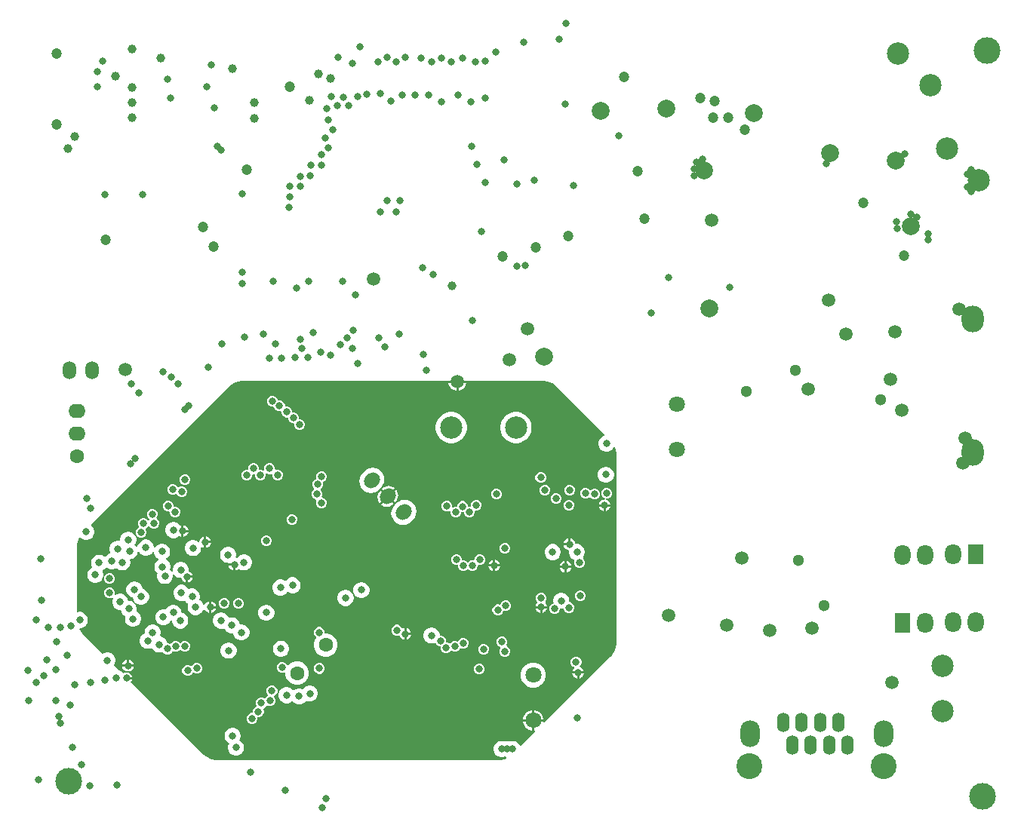
<source format=gbr>
%TF.GenerationSoftware,Altium Limited,Altium Designer,23.1.1 (15)*%
G04 Layer_Physical_Order=2*
G04 Layer_Color=36540*
%FSLAX45Y45*%
%MOMM*%
%TF.SameCoordinates,5129EF4F-D339-4E8A-A4D9-011D67CBAE45*%
%TF.FilePolarity,Positive*%
%TF.FileFunction,Copper,L2,Inr,Signal*%
%TF.Part,Single*%
G01*
G75*
%TA.AperFunction,ComponentPad*%
%ADD72C,2.50000*%
%ADD73O,2.50000X3.00000*%
%TA.AperFunction,ViaPad*%
%ADD74C,3.00000*%
%TA.AperFunction,ComponentPad*%
%ADD75C,1.80000*%
%ADD76R,1.80000X2.30000*%
%ADD77O,1.80000X2.30000*%
%ADD78C,2.90000*%
%ADD79O,1.40000X2.20000*%
%ADD80O,2.20000X3.00000*%
%ADD81C,1.60000*%
G04:AMPARAMS|DCode=82|XSize=1.6mm|YSize=1.9mm|CornerRadius=0mm|HoleSize=0mm|Usage=FLASHONLY|Rotation=315.000|XOffset=0mm|YOffset=0mm|HoleType=Round|Shape=Round|*
%AMOVALD82*
21,1,0.30000,1.60000,0.00000,0.00000,45.0*
1,1,1.60000,-0.10607,-0.10607*
1,1,1.60000,0.10607,0.10607*
%
%ADD82OVALD82*%

%ADD83O,1.90000X1.60000*%
%ADD84O,1.50000X2.00000*%
%ADD85C,1.20000*%
%TA.AperFunction,ViaPad*%
%ADD86C,0.80000*%
%ADD87C,1.50000*%
%ADD88C,1.20000*%
%ADD89C,2.00000*%
%ADD90C,1.00000*%
%ADD91C,1.30000*%
G36*
X5008550Y-13690103D02*
X5054313Y-13709058D01*
X5095498Y-13736578D01*
X5113011Y-13754091D01*
X5113011Y-13754091D01*
X5644986Y-14286066D01*
X5641190Y-14300230D01*
X5632001Y-14302695D01*
X5611479Y-14314542D01*
X5594722Y-14331299D01*
X5582874Y-14351820D01*
X5576740Y-14374712D01*
Y-14398409D01*
X5582874Y-14421300D01*
X5594722Y-14441821D01*
X5611479Y-14458578D01*
X5632001Y-14470425D01*
X5654891Y-14476559D01*
X5678589D01*
X5701479Y-14470425D01*
X5722001Y-14458578D01*
X5738758Y-14441821D01*
X5747068Y-14427428D01*
X5761198Y-14428354D01*
X5771377Y-14452930D01*
X5781040Y-14501512D01*
X5781039Y-14526279D01*
X5781039D01*
X5781040Y-14526279D01*
X5781039Y-16606502D01*
X5781040Y-16631268D01*
X5771377Y-16679851D01*
X5752422Y-16725613D01*
X5724902Y-16766798D01*
X5707389Y-16784311D01*
X4969158Y-17522542D01*
X4957772Y-17515968D01*
X4959180Y-17510713D01*
Y-17508221D01*
X4856481D01*
Y-17610921D01*
X4858973D01*
X4864227Y-17609512D01*
X4870801Y-17620898D01*
X4706096Y-17785603D01*
X4692653Y-17781087D01*
X4682118Y-17762839D01*
X4665361Y-17746082D01*
X4644839Y-17734235D01*
X4621949Y-17728101D01*
X4598251D01*
X4580890Y-17732751D01*
X4563529Y-17728101D01*
X4539831D01*
X4521200Y-17733093D01*
X4502569Y-17728101D01*
X4478871D01*
X4455981Y-17734235D01*
X4435459Y-17746082D01*
X4418702Y-17762839D01*
X4406854Y-17783360D01*
X4400720Y-17806252D01*
Y-17829948D01*
X4406854Y-17852840D01*
X4418702Y-17873361D01*
X4435459Y-17890118D01*
X4455981Y-17901965D01*
X4478871Y-17908099D01*
X4502569D01*
X4521200Y-17903107D01*
X4539831Y-17908099D01*
X4541417D01*
X4543943Y-17920799D01*
X4520870Y-17930357D01*
X4472288Y-17940021D01*
X4447522Y-17940021D01*
X1308118D01*
X1283351Y-17940021D01*
X1234770Y-17930357D01*
X1189007Y-17911401D01*
X1147822Y-17883882D01*
X1130309Y-17866370D01*
Y-17866370D01*
X329455Y-17065515D01*
X331733Y-17063237D01*
X340343Y-17048325D01*
X343704Y-17035780D01*
X279400D01*
Y-17010381D01*
X343704D01*
X340343Y-16997836D01*
X331733Y-16982922D01*
X319557Y-16970747D01*
X304644Y-16962137D01*
X294708Y-16959476D01*
X292712Y-16958940D01*
X294384Y-16946240D01*
X296353Y-16946240D01*
X305790D01*
X322424Y-16941783D01*
X337337Y-16933173D01*
X349513Y-16920998D01*
X358123Y-16906084D01*
X361484Y-16893539D01*
X232876D01*
X236237Y-16906084D01*
X244847Y-16920998D01*
X257023Y-16933173D01*
X271936Y-16941783D01*
X281872Y-16944444D01*
X283868Y-16944980D01*
X282196Y-16957680D01*
X280227Y-16957680D01*
X270790D01*
X254156Y-16962137D01*
X241117Y-16969666D01*
X237118Y-16962740D01*
X220361Y-16945982D01*
X199839Y-16934134D01*
X197427Y-16933487D01*
X139968Y-16876028D01*
X150513Y-16857765D01*
X156646Y-16834875D01*
Y-16811179D01*
X150513Y-16788287D01*
X138664Y-16767766D01*
X121908Y-16751009D01*
X101385Y-16739160D01*
X78495Y-16733028D01*
X54798D01*
X31908Y-16739160D01*
X13645Y-16749706D01*
X-200669Y-16535391D01*
X-218182Y-16517879D01*
X-245701Y-16476694D01*
X-249169Y-16468320D01*
X-242113Y-16457761D01*
X-231454D01*
X-208564Y-16451627D01*
X-188041Y-16439778D01*
X-171285Y-16423021D01*
X-159436Y-16402499D01*
X-153302Y-16379610D01*
Y-16355911D01*
X-159436Y-16333022D01*
X-171285Y-16312498D01*
X-188041Y-16295741D01*
X-208564Y-16283894D01*
X-231454Y-16277760D01*
X-255151D01*
X-264244Y-16280197D01*
X-274320Y-16272466D01*
Y-15557518D01*
X-274320Y-15532751D01*
X-264657Y-15484171D01*
X-249091Y-15446593D01*
X-234214Y-15443634D01*
X-233987Y-15443736D01*
X-226336Y-15451387D01*
X-205814Y-15463235D01*
X-182924Y-15469370D01*
X-159227D01*
X-136337Y-15463235D01*
X-115814Y-15451387D01*
X-99058Y-15434631D01*
X-87209Y-15414108D01*
X-81076Y-15391219D01*
Y-15367522D01*
X-87209Y-15344630D01*
X-99058Y-15324109D01*
X-113083Y-15310085D01*
X-115671Y-15294711D01*
X1425365Y-13753676D01*
X1442866Y-13736256D01*
X1483976Y-13708893D01*
X1529623Y-13690048D01*
X1578064Y-13680441D01*
X1602757Y-13680443D01*
X1602757Y-13680441D01*
X3880617Y-13680441D01*
X3882989Y-13682980D01*
X4093280D01*
Y-13682462D01*
X4094831Y-13680441D01*
X4935202Y-13680441D01*
X4959968Y-13680440D01*
X5008550Y-13690103D01*
D02*
G37*
%LPC*%
G36*
X4093280Y-13708380D02*
X4005580D01*
Y-13796080D01*
X4006098D01*
X4031633Y-13789238D01*
X4054527Y-13776019D01*
X4073220Y-13757327D01*
X4086438Y-13734433D01*
X4093280Y-13708897D01*
Y-13708380D01*
D02*
G37*
G36*
X3980180D02*
X3892480D01*
Y-13708897D01*
X3899322Y-13734433D01*
X3912540Y-13757327D01*
X3931233Y-13776019D01*
X3954127Y-13789238D01*
X3979662Y-13796080D01*
X3980180D01*
Y-13708380D01*
D02*
G37*
G36*
X1926732Y-13849290D02*
X1902863D01*
X1880810Y-13858424D01*
X1863932Y-13875304D01*
X1854798Y-13897356D01*
Y-13921225D01*
X1863932Y-13943277D01*
X1880810Y-13960155D01*
X1902863Y-13969290D01*
X1926732D01*
X1926769Y-13969275D01*
X1937329Y-13976331D01*
Y-13977692D01*
X1946463Y-13999745D01*
X1963342Y-14016623D01*
X1985394Y-14025757D01*
X2009263D01*
X2018272Y-14035773D01*
Y-14046742D01*
X2027407Y-14068794D01*
X2044285Y-14085674D01*
X2066337Y-14094807D01*
X2090207D01*
X2094494Y-14097673D01*
Y-14111475D01*
X2103629Y-14133527D01*
X2120507Y-14150406D01*
X2142559Y-14159540D01*
X2158094D01*
X2160326Y-14162880D01*
Y-14186749D01*
X2169460Y-14208801D01*
X2186339Y-14225681D01*
X2208391Y-14234814D01*
X2232260D01*
X2254313Y-14225681D01*
X2271191Y-14208801D01*
X2280326Y-14186749D01*
Y-14162878D01*
X2271191Y-14140826D01*
X2254313Y-14123949D01*
X2232260Y-14114815D01*
X2216726D01*
X2214494Y-14111475D01*
Y-14087605D01*
X2205360Y-14065553D01*
X2188481Y-14048674D01*
X2166429Y-14039540D01*
X2142560D01*
X2138272Y-14036674D01*
Y-14022873D01*
X2129138Y-14000821D01*
X2112259Y-13983943D01*
X2090207Y-13974808D01*
X2066338D01*
X2057329Y-13964793D01*
Y-13953822D01*
X2048195Y-13931770D01*
X2031316Y-13914893D01*
X2009264Y-13905759D01*
X1985394D01*
X1985357Y-13905772D01*
X1974797Y-13898717D01*
Y-13897356D01*
X1965663Y-13875304D01*
X1948785Y-13858424D01*
X1926732Y-13849290D01*
D02*
G37*
G36*
X4666171Y-14033760D02*
X4631699D01*
X4597889Y-14040485D01*
X4566041Y-14053677D01*
X4537379Y-14072829D01*
X4513003Y-14097205D01*
X4493852Y-14125867D01*
X4480660Y-14157713D01*
X4473935Y-14191524D01*
Y-14225996D01*
X4480660Y-14259805D01*
X4493852Y-14291653D01*
X4513003Y-14320316D01*
X4537379Y-14344691D01*
X4566041Y-14363843D01*
X4597889Y-14377036D01*
X4631699Y-14383760D01*
X4666171D01*
X4699980Y-14377036D01*
X4731828Y-14363843D01*
X4760491Y-14344691D01*
X4784866Y-14320316D01*
X4804018Y-14291653D01*
X4817210Y-14259805D01*
X4823935Y-14225996D01*
Y-14191524D01*
X4817210Y-14157713D01*
X4804018Y-14125867D01*
X4784866Y-14097205D01*
X4760491Y-14072829D01*
X4731828Y-14053677D01*
X4699980Y-14040485D01*
X4666171Y-14033760D01*
D02*
G37*
G36*
X3942271D02*
X3907799D01*
X3873989Y-14040485D01*
X3842141Y-14053677D01*
X3813479Y-14072829D01*
X3789103Y-14097205D01*
X3769952Y-14125867D01*
X3756760Y-14157713D01*
X3750035Y-14191524D01*
Y-14225996D01*
X3756760Y-14259805D01*
X3769952Y-14291653D01*
X3789103Y-14320316D01*
X3813479Y-14344691D01*
X3842141Y-14363843D01*
X3873989Y-14377036D01*
X3907799Y-14383760D01*
X3942271D01*
X3976080Y-14377036D01*
X4007928Y-14363843D01*
X4036591Y-14344691D01*
X4060966Y-14320316D01*
X4080118Y-14291653D01*
X4093310Y-14259805D01*
X4100035Y-14225996D01*
Y-14191524D01*
X4093310Y-14157713D01*
X4080118Y-14125867D01*
X4060966Y-14097205D01*
X4036591Y-14072829D01*
X4007928Y-14053677D01*
X3976080Y-14040485D01*
X3942271Y-14033760D01*
D02*
G37*
G36*
X1896615Y-14609698D02*
X1872745D01*
X1850693Y-14618832D01*
X1833814Y-14635712D01*
X1824680Y-14657764D01*
Y-14681633D01*
X1825507Y-14683629D01*
X1814740Y-14690823D01*
X1813567Y-14689650D01*
X1791515Y-14680516D01*
X1767646D01*
X1765538Y-14679108D01*
Y-14657764D01*
X1756403Y-14635712D01*
X1739525Y-14618832D01*
X1717473Y-14609698D01*
X1693603D01*
X1671551Y-14618832D01*
X1654672Y-14635712D01*
X1645538Y-14657764D01*
Y-14672968D01*
X1643228Y-14682236D01*
X1633804Y-14684700D01*
X1618745D01*
X1596693Y-14693834D01*
X1579814Y-14710713D01*
X1570680Y-14732765D01*
Y-14756635D01*
X1579814Y-14778687D01*
X1596693Y-14795566D01*
X1618745Y-14804700D01*
X1642615D01*
X1664667Y-14795566D01*
X1681546Y-14778687D01*
X1690680Y-14756635D01*
Y-14741432D01*
X1692990Y-14732162D01*
X1702413Y-14729698D01*
X1717472D01*
X1719580Y-14731107D01*
Y-14752451D01*
X1728715Y-14774503D01*
X1745593Y-14791380D01*
X1767645Y-14800516D01*
X1791515D01*
X1813567Y-14791380D01*
X1830446Y-14774503D01*
X1839580Y-14752451D01*
Y-14728581D01*
X1838753Y-14726585D01*
X1849520Y-14719391D01*
X1850693Y-14720564D01*
X1872745Y-14729698D01*
X1896615D01*
X1900880Y-14727931D01*
X1913580Y-14736417D01*
Y-14751555D01*
X1922714Y-14773607D01*
X1939593Y-14790486D01*
X1961645Y-14799620D01*
X1985515D01*
X2007567Y-14790486D01*
X2024446Y-14773607D01*
X2033580Y-14751555D01*
Y-14727686D01*
X2024446Y-14705634D01*
X2007567Y-14688754D01*
X1985515Y-14679620D01*
X1961645D01*
X1957380Y-14681387D01*
X1944680Y-14672900D01*
Y-14657764D01*
X1935546Y-14635712D01*
X1918667Y-14618832D01*
X1896615Y-14609698D01*
D02*
G37*
G36*
X5670969Y-14647079D02*
X5647271D01*
X5624381Y-14653214D01*
X5603859Y-14665062D01*
X5587102Y-14681819D01*
X5575254Y-14702341D01*
X5569120Y-14725230D01*
Y-14748929D01*
X5575254Y-14771819D01*
X5587102Y-14792342D01*
X5603859Y-14809097D01*
X5624381Y-14820946D01*
X5647271Y-14827080D01*
X5670969D01*
X5693859Y-14820946D01*
X5714381Y-14809097D01*
X5731138Y-14792342D01*
X5742986Y-14771819D01*
X5749120Y-14748929D01*
Y-14725230D01*
X5742986Y-14702341D01*
X5731138Y-14681819D01*
X5714381Y-14665062D01*
X5693859Y-14653214D01*
X5670969Y-14647079D01*
D02*
G37*
G36*
X4939535Y-14710100D02*
X4915665D01*
X4893613Y-14719234D01*
X4876734Y-14736113D01*
X4867600Y-14758165D01*
Y-14782034D01*
X4876734Y-14804086D01*
X4893613Y-14820966D01*
X4915665Y-14830099D01*
X4939535D01*
X4961587Y-14820966D01*
X4978466Y-14804086D01*
X4987600Y-14782034D01*
Y-14758165D01*
X4978466Y-14736113D01*
X4961587Y-14719234D01*
X4939535Y-14710100D01*
D02*
G37*
G36*
X950029Y-14733141D02*
X926160D01*
X904107Y-14742274D01*
X887229Y-14759154D01*
X878095Y-14781206D01*
Y-14805075D01*
X887229Y-14827129D01*
X904107Y-14844006D01*
X926160Y-14853140D01*
X950029D01*
X972082Y-14844006D01*
X988960Y-14827129D01*
X998095Y-14805075D01*
Y-14781206D01*
X988960Y-14759154D01*
X972082Y-14742274D01*
X950029Y-14733141D01*
D02*
G37*
G36*
X3043367Y-14658852D02*
X3009430Y-14663319D01*
X2977806Y-14676419D01*
X2950650Y-14697256D01*
X2929437Y-14718469D01*
X2908599Y-14745625D01*
X2895500Y-14777251D01*
X2891032Y-14811188D01*
X2895500Y-14845123D01*
X2908599Y-14876747D01*
X2929437Y-14903903D01*
X2956593Y-14924741D01*
X2988217Y-14937840D01*
X3022153Y-14942308D01*
X3056090Y-14937840D01*
X3087714Y-14924741D01*
X3114870Y-14903903D01*
X3136083Y-14882690D01*
X3156921Y-14855534D01*
X3170020Y-14823911D01*
X3174488Y-14789973D01*
X3170020Y-14756036D01*
X3156921Y-14724413D01*
X3136083Y-14697256D01*
X3108927Y-14676419D01*
X3077303Y-14663319D01*
X3043367Y-14658852D01*
D02*
G37*
G36*
X3222972Y-14863269D02*
X3195457Y-14866891D01*
X3169817Y-14877512D01*
X3147800Y-14894408D01*
X3146173Y-14896033D01*
X3212365Y-14962224D01*
X3287981Y-14886607D01*
X3276127Y-14877512D01*
X3250487Y-14866891D01*
X3222972Y-14863269D01*
D02*
G37*
G36*
X5262578Y-14850262D02*
X5238708D01*
X5216656Y-14859398D01*
X5199778Y-14876276D01*
X5190643Y-14898328D01*
Y-14922198D01*
X5199778Y-14944250D01*
X5216656Y-14961130D01*
X5238708Y-14970264D01*
X5262578D01*
X5284630Y-14961130D01*
X5301509Y-14944250D01*
X5310643Y-14922198D01*
Y-14898328D01*
X5301509Y-14876276D01*
X5284630Y-14859398D01*
X5262578Y-14850262D01*
D02*
G37*
G36*
X4988144D02*
X4964275D01*
X4942222Y-14859398D01*
X4925344Y-14876276D01*
X4916210Y-14898328D01*
Y-14922198D01*
X4925344Y-14944250D01*
X4942222Y-14961130D01*
X4964275Y-14970264D01*
X4988144D01*
X5010197Y-14961130D01*
X5027075Y-14944250D01*
X5036209Y-14922198D01*
Y-14898328D01*
X5027075Y-14876276D01*
X5010197Y-14859398D01*
X4988144Y-14850262D01*
D02*
G37*
G36*
X809950Y-14841045D02*
X786080D01*
X764028Y-14850179D01*
X747149Y-14867056D01*
X738015Y-14889108D01*
Y-14912979D01*
X747149Y-14935031D01*
X764028Y-14951909D01*
X786080Y-14961044D01*
X809950D01*
X831484Y-14952124D01*
X835065Y-14951070D01*
X845667Y-14953178D01*
X849204Y-14961716D01*
X866082Y-14978593D01*
X888134Y-14987729D01*
X912004D01*
X934056Y-14978593D01*
X950935Y-14961716D01*
X960069Y-14939664D01*
Y-14915794D01*
X950935Y-14893742D01*
X934056Y-14876863D01*
X912004Y-14867729D01*
X888134D01*
X866600Y-14876649D01*
X863019Y-14877704D01*
X852417Y-14875594D01*
X848880Y-14867056D01*
X832002Y-14850179D01*
X809950Y-14841045D01*
D02*
G37*
G36*
X4441646Y-14894499D02*
X4417777D01*
X4395725Y-14903633D01*
X4378846Y-14920511D01*
X4369712Y-14942564D01*
Y-14966434D01*
X4378846Y-14988486D01*
X4395725Y-15005363D01*
X4417777Y-15014499D01*
X4441646D01*
X4463699Y-15005363D01*
X4480577Y-14988486D01*
X4489712Y-14966434D01*
Y-14942564D01*
X4480577Y-14920511D01*
X4463699Y-14903633D01*
X4441646Y-14894499D01*
D02*
G37*
G36*
X5439603Y-14886841D02*
X5415733D01*
X5393681Y-14895975D01*
X5376803Y-14912854D01*
X5367668Y-14934906D01*
Y-14958775D01*
X5376803Y-14980827D01*
X5393681Y-14997707D01*
X5415733Y-15006841D01*
X5439603D01*
X5461655Y-14997707D01*
X5471735Y-14987627D01*
X5481455Y-14989560D01*
X5498333Y-15006438D01*
X5520385Y-15015573D01*
X5544255D01*
X5566307Y-15006438D01*
X5583185Y-14989560D01*
X5592320Y-14967508D01*
Y-14943639D01*
X5583185Y-14921587D01*
X5566307Y-14904707D01*
X5544255Y-14895573D01*
X5520385D01*
X5498333Y-14904707D01*
X5488253Y-14914787D01*
X5478533Y-14912852D01*
X5461655Y-14895975D01*
X5439603Y-14886841D01*
D02*
G37*
G36*
X3305942Y-14904568D02*
X3230325Y-14980185D01*
X3296517Y-15046378D01*
X3298144Y-15044751D01*
X3315038Y-15022733D01*
X3325659Y-14997093D01*
X3329281Y-14969579D01*
X3325659Y-14942064D01*
X3315038Y-14916425D01*
X3305942Y-14904568D01*
D02*
G37*
G36*
X3128213Y-14913994D02*
X3126587Y-14915620D01*
X3109692Y-14937637D01*
X3099072Y-14963277D01*
X3095449Y-14990791D01*
X3099072Y-15018307D01*
X3109692Y-15043947D01*
X3118788Y-15055801D01*
X3194404Y-14980185D01*
X3128213Y-14913994D01*
D02*
G37*
G36*
X5110488Y-14944402D02*
X5086618D01*
X5064566Y-14953535D01*
X5047687Y-14970415D01*
X5038553Y-14992467D01*
Y-15016336D01*
X5047687Y-15038390D01*
X5064566Y-15055267D01*
X5086618Y-15064401D01*
X5110488D01*
X5132540Y-15055267D01*
X5149418Y-15038390D01*
X5158553Y-15016336D01*
Y-14992467D01*
X5149418Y-14970415D01*
X5132540Y-14953535D01*
X5110488Y-14944402D01*
D02*
G37*
G36*
X5677616Y-14886841D02*
X5653746D01*
X5631694Y-14895975D01*
X5614815Y-14912854D01*
X5605681Y-14934906D01*
Y-14958775D01*
X5614815Y-14980827D01*
X5631694Y-14997707D01*
X5647902Y-15004420D01*
X5645376Y-15017120D01*
X5635270D01*
X5618636Y-15021577D01*
X5603723Y-15030186D01*
X5591547Y-15042363D01*
X5582937Y-15057275D01*
X5579576Y-15069820D01*
X5708184D01*
X5704823Y-15057275D01*
X5696213Y-15042363D01*
X5684037Y-15030186D01*
X5669124Y-15021577D01*
X5661524Y-15019540D01*
X5663196Y-15006841D01*
X5677616D01*
X5699668Y-14997707D01*
X5716546Y-14980827D01*
X5725681Y-14958775D01*
Y-14934906D01*
X5716546Y-14912854D01*
X5699668Y-14895975D01*
X5677616Y-14886841D01*
D02*
G37*
G36*
X4218175Y-15017439D02*
X4194305D01*
X4172253Y-15026575D01*
X4155374Y-15043452D01*
X4146240Y-15065504D01*
Y-15084425D01*
X4140860Y-15092064D01*
X4134852Y-15095068D01*
X4114876D01*
X4107635Y-15090230D01*
Y-15082048D01*
X4098501Y-15059996D01*
X4081623Y-15043117D01*
X4059570Y-15033983D01*
X4035701D01*
X4013648Y-15043117D01*
X3996770Y-15059996D01*
X3987636Y-15082048D01*
Y-15097545D01*
X3984275Y-15099789D01*
X3960406D01*
X3945834Y-15105826D01*
X3942109Y-15104060D01*
X3934344Y-15096838D01*
Y-15076509D01*
X3925209Y-15054457D01*
X3908331Y-15037579D01*
X3886278Y-15028444D01*
X3862409D01*
X3840357Y-15037579D01*
X3823478Y-15054457D01*
X3814344Y-15076509D01*
Y-15100378D01*
X3823478Y-15122430D01*
X3840357Y-15139310D01*
X3862409Y-15148444D01*
X3886278D01*
X3900851Y-15142409D01*
X3904575Y-15144174D01*
X3912341Y-15151395D01*
Y-15171725D01*
X3921475Y-15193777D01*
X3938353Y-15210657D01*
X3960406Y-15219791D01*
X3984275D01*
X4006328Y-15210657D01*
X4023206Y-15193777D01*
X4032340Y-15171725D01*
Y-15156229D01*
X4035701Y-15153983D01*
X4059570D01*
X4066810Y-15158820D01*
Y-15167001D01*
X4075945Y-15189055D01*
X4092823Y-15205933D01*
X4114875Y-15215068D01*
X4138745D01*
X4160797Y-15205933D01*
X4177676Y-15189055D01*
X4186810Y-15167001D01*
Y-15148082D01*
X4192190Y-15140443D01*
X4198198Y-15137440D01*
X4218175D01*
X4240227Y-15128307D01*
X4257106Y-15111427D01*
X4266240Y-15089375D01*
Y-15065504D01*
X4257106Y-15043452D01*
X4240227Y-15026575D01*
X4218175Y-15017439D01*
D02*
G37*
G36*
X3212365Y-14998146D02*
X3136749Y-15073763D01*
X3148604Y-15082858D01*
X3174244Y-15093478D01*
X3201759Y-15097101D01*
X3229273Y-15093478D01*
X3254913Y-15082858D01*
X3276931Y-15065964D01*
X3278557Y-15064339D01*
X3212365Y-14998146D01*
D02*
G37*
G36*
X2482060Y-14698647D02*
X2458191D01*
X2436138Y-14707780D01*
X2419260Y-14724658D01*
X2410125Y-14746712D01*
Y-14770580D01*
X2412164Y-14775500D01*
X2404365Y-14789861D01*
X2388651Y-14796368D01*
X2371772Y-14813248D01*
X2362638Y-14835300D01*
Y-14859169D01*
X2371772Y-14881223D01*
X2381531Y-14890981D01*
X2381416Y-14904774D01*
X2364538Y-14921652D01*
X2355403Y-14943706D01*
Y-14967574D01*
X2364538Y-14989627D01*
X2381416Y-15006505D01*
X2403468Y-15015640D01*
X2411102Y-15028340D01*
X2406255Y-15040044D01*
Y-15063911D01*
X2415389Y-15085965D01*
X2432267Y-15102843D01*
X2454320Y-15111977D01*
X2478189D01*
X2500242Y-15102843D01*
X2517120Y-15085965D01*
X2526254Y-15063911D01*
Y-15040044D01*
X2517120Y-15017990D01*
X2500242Y-15001112D01*
X2478189Y-14991978D01*
X2470555Y-14979277D01*
X2475403Y-14967574D01*
Y-14943706D01*
X2466269Y-14921652D01*
X2456510Y-14911894D01*
X2456625Y-14898100D01*
X2473503Y-14881223D01*
X2482638Y-14859169D01*
Y-14835300D01*
X2480599Y-14830379D01*
X2488398Y-14816020D01*
X2504113Y-14809511D01*
X2520991Y-14792633D01*
X2530125Y-14770580D01*
Y-14746712D01*
X2520991Y-14724658D01*
X2504113Y-14707780D01*
X2482060Y-14698647D01*
D02*
G37*
G36*
X5256973Y-15018153D02*
X5233104D01*
X5211051Y-15027287D01*
X5194173Y-15044167D01*
X5185038Y-15066219D01*
Y-15090088D01*
X5194173Y-15112141D01*
X5211051Y-15129019D01*
X5233104Y-15138153D01*
X5256973D01*
X5279026Y-15129019D01*
X5295904Y-15112141D01*
X5305038Y-15090088D01*
Y-15066219D01*
X5295904Y-15044167D01*
X5279026Y-15027287D01*
X5256973Y-15018153D01*
D02*
G37*
G36*
X5708184Y-15095219D02*
X5656580D01*
Y-15146825D01*
X5669124Y-15143463D01*
X5684037Y-15134853D01*
X5696213Y-15122678D01*
X5704823Y-15107764D01*
X5708184Y-15095219D01*
D02*
G37*
G36*
X5631180D02*
X5579576D01*
X5582937Y-15107764D01*
X5591547Y-15122678D01*
X5603723Y-15134853D01*
X5618636Y-15143463D01*
X5631180Y-15146825D01*
Y-15095219D01*
D02*
G37*
G36*
X757295Y-15031268D02*
X733426D01*
X711373Y-15040404D01*
X694495Y-15057281D01*
X685361Y-15079333D01*
Y-15103204D01*
X694495Y-15125256D01*
X711373Y-15142136D01*
X733426Y-15151270D01*
X757295D01*
X762468Y-15154726D01*
Y-15167622D01*
X771602Y-15189674D01*
X788481Y-15206554D01*
X810533Y-15215688D01*
X834403D01*
X856455Y-15206554D01*
X873334Y-15189674D01*
X882468Y-15167622D01*
Y-15143755D01*
X873334Y-15121701D01*
X856455Y-15104823D01*
X834403Y-15095688D01*
X810534D01*
X805361Y-15092232D01*
Y-15079333D01*
X796226Y-15057281D01*
X779348Y-15040404D01*
X757295Y-15031268D01*
D02*
G37*
G36*
X580492Y-15120811D02*
X556622D01*
X534570Y-15129945D01*
X517692Y-15146825D01*
X508557Y-15168877D01*
Y-15192746D01*
X517692Y-15214799D01*
X534570Y-15231677D01*
X535465Y-15243716D01*
X530815Y-15249773D01*
X517279Y-15250307D01*
X503692Y-15236720D01*
X481639Y-15227586D01*
X457770D01*
X435717Y-15236720D01*
X418839Y-15253600D01*
X409705Y-15275652D01*
Y-15299521D01*
X418839Y-15321573D01*
X416816Y-15331744D01*
X411806Y-15333820D01*
X394928Y-15350697D01*
X385793Y-15372751D01*
Y-15396620D01*
X394928Y-15418672D01*
X411806Y-15435551D01*
X433859Y-15444685D01*
X457728D01*
X479781Y-15435551D01*
X496659Y-15418672D01*
X505793Y-15396620D01*
Y-15372751D01*
X496659Y-15350697D01*
X498682Y-15340526D01*
X503692Y-15338451D01*
X520570Y-15321573D01*
X522581Y-15316719D01*
X536239Y-15316931D01*
X551631Y-15332323D01*
X573684Y-15341457D01*
X597553D01*
X619606Y-15332323D01*
X636484Y-15315445D01*
X645618Y-15293391D01*
Y-15269524D01*
X636484Y-15247470D01*
X619606Y-15230592D01*
X618869Y-15230287D01*
X616391Y-15217831D01*
X619423Y-15214799D01*
X628557Y-15192746D01*
Y-15168877D01*
X619423Y-15146825D01*
X602544Y-15129945D01*
X580492Y-15120811D01*
D02*
G37*
G36*
X2148075Y-15178195D02*
X2124205D01*
X2102153Y-15187329D01*
X2085274Y-15204208D01*
X2076140Y-15226260D01*
Y-15250130D01*
X2085274Y-15272182D01*
X2102153Y-15289059D01*
X2124205Y-15298195D01*
X2148075D01*
X2170127Y-15289059D01*
X2187006Y-15272182D01*
X2196140Y-15250130D01*
Y-15226260D01*
X2187006Y-15204208D01*
X2170127Y-15187329D01*
X2148075Y-15178195D01*
D02*
G37*
G36*
X3402577Y-15018062D02*
X3368640Y-15022530D01*
X3337016Y-15035629D01*
X3309860Y-15056467D01*
X3288647Y-15077679D01*
X3267809Y-15104836D01*
X3254710Y-15136459D01*
X3250242Y-15170396D01*
X3254710Y-15204333D01*
X3267809Y-15235957D01*
X3288647Y-15263113D01*
X3315803Y-15283951D01*
X3347427Y-15297050D01*
X3381364Y-15301518D01*
X3415301Y-15297050D01*
X3446925Y-15283951D01*
X3474081Y-15263113D01*
X3495294Y-15241901D01*
X3516131Y-15214745D01*
X3529230Y-15183121D01*
X3533698Y-15149184D01*
X3529230Y-15115247D01*
X3516131Y-15083623D01*
X3495294Y-15056467D01*
X3468138Y-15035629D01*
X3436514Y-15022530D01*
X3402577Y-15018062D01*
D02*
G37*
G36*
X922020Y-15305235D02*
Y-15356841D01*
X973624D01*
X970263Y-15344296D01*
X961653Y-15329382D01*
X949477Y-15317207D01*
X934564Y-15308597D01*
X922020Y-15305235D01*
D02*
G37*
G36*
X973624Y-15382240D02*
X922020D01*
Y-15433844D01*
X934564Y-15430482D01*
X949477Y-15421873D01*
X961653Y-15409697D01*
X970263Y-15394785D01*
X973624Y-15382240D01*
D02*
G37*
G36*
X819569Y-15269380D02*
X795871D01*
X772981Y-15275514D01*
X752459Y-15287363D01*
X735702Y-15304118D01*
X723854Y-15324641D01*
X717720Y-15347531D01*
Y-15371230D01*
X723854Y-15394119D01*
X735702Y-15414641D01*
X752459Y-15431398D01*
X772981Y-15443246D01*
X795871Y-15449380D01*
X819569D01*
X842459Y-15443246D01*
X862981Y-15431398D01*
X871282Y-15423096D01*
X884076Y-15430482D01*
X896620Y-15433844D01*
Y-15375352D01*
X897725Y-15371230D01*
Y-15369540D01*
Y-15347531D01*
X896620Y-15343407D01*
Y-15305235D01*
X884076Y-15308597D01*
X882762Y-15309357D01*
X879738Y-15304118D01*
X862981Y-15287363D01*
X842459Y-15275514D01*
X819569Y-15269380D01*
D02*
G37*
G36*
X311569Y-15378600D02*
X287871D01*
X264981Y-15384734D01*
X244459Y-15396582D01*
X227702Y-15413339D01*
X215854Y-15433861D01*
X209720Y-15456750D01*
Y-15470979D01*
X197149Y-15480760D01*
X192795Y-15479593D01*
X169098D01*
X146208Y-15485727D01*
X125686Y-15497575D01*
X108929Y-15514333D01*
X97080Y-15534856D01*
X90947Y-15557745D01*
Y-15581442D01*
X97080Y-15604332D01*
X99572Y-15608649D01*
X93446Y-15623438D01*
X81495Y-15626640D01*
X60972Y-15638489D01*
X44216Y-15655246D01*
X43655Y-15656216D01*
X31063Y-15657874D01*
X27309Y-15654120D01*
X6786Y-15642271D01*
X-16104Y-15636137D01*
X-39801D01*
X-62691Y-15642271D01*
X-83213Y-15654120D01*
X-99970Y-15670876D01*
X-111819Y-15691399D01*
X-117952Y-15714288D01*
Y-15737987D01*
X-111819Y-15760876D01*
X-103022Y-15776112D01*
X-103953Y-15778358D01*
X-124475Y-15790208D01*
X-141232Y-15806964D01*
X-153080Y-15827487D01*
X-159214Y-15850377D01*
Y-15874074D01*
X-153080Y-15896964D01*
X-141232Y-15917487D01*
X-124475Y-15934242D01*
X-103953Y-15946092D01*
X-81063Y-15952225D01*
X-57365D01*
X-34475Y-15946092D01*
X-13953Y-15934242D01*
X2804Y-15917487D01*
X14652Y-15896964D01*
X20786Y-15874074D01*
Y-15850377D01*
X14652Y-15827487D01*
X11066Y-15821275D01*
X16114Y-15804617D01*
X27309Y-15798155D01*
X44065Y-15781398D01*
X44626Y-15780428D01*
X57217Y-15778770D01*
X60972Y-15782524D01*
X81495Y-15794373D01*
X104385Y-15800507D01*
X128082D01*
X150972Y-15794373D01*
X167376Y-15784901D01*
X176486Y-15794011D01*
X197008Y-15805859D01*
X219898Y-15811993D01*
X243595D01*
X266485Y-15805859D01*
X287008Y-15794011D01*
X303764Y-15777254D01*
X315613Y-15756732D01*
X321746Y-15733842D01*
Y-15710146D01*
X318573Y-15698300D01*
X326809Y-15685600D01*
X349699Y-15679466D01*
X370221Y-15667618D01*
X386978Y-15650861D01*
X398826Y-15630339D01*
X404960Y-15607449D01*
Y-15603741D01*
X417660Y-15600339D01*
X423482Y-15610422D01*
X440238Y-15627177D01*
X460761Y-15639027D01*
X483651Y-15645160D01*
X507348D01*
X530238Y-15639027D01*
X550760Y-15627177D01*
X567517Y-15610422D01*
X575480Y-15596629D01*
X588180Y-15600032D01*
Y-15612529D01*
X594314Y-15635419D01*
X606162Y-15655940D01*
X622919Y-15672697D01*
X635401Y-15679904D01*
Y-15694569D01*
X627999Y-15698842D01*
X611242Y-15715599D01*
X599394Y-15736121D01*
X593260Y-15759010D01*
Y-15782709D01*
X599394Y-15805598D01*
X611242Y-15826122D01*
X626921Y-15841800D01*
X621200Y-15863152D01*
Y-15886848D01*
X627334Y-15909740D01*
X639182Y-15930261D01*
X655939Y-15947018D01*
X676461Y-15958865D01*
X699351Y-15964999D01*
X723049D01*
X745939Y-15958865D01*
X766461Y-15947018D01*
X783218Y-15930261D01*
X795066Y-15909740D01*
X801200Y-15886848D01*
Y-15863152D01*
X799497Y-15856795D01*
X811331Y-15851894D01*
X816982Y-15861681D01*
X833739Y-15878438D01*
X854261Y-15890286D01*
X877151Y-15896420D01*
X894077D01*
X897328Y-15908556D01*
X905938Y-15923468D01*
X918114Y-15935645D01*
X933028Y-15944254D01*
X945571Y-15947615D01*
Y-15883311D01*
X958271D01*
Y-15870612D01*
X1022575D01*
X1019214Y-15858067D01*
X1010604Y-15843153D01*
X998428Y-15830978D01*
X983515Y-15822368D01*
X978277Y-15820966D01*
X979000Y-15818269D01*
Y-15794571D01*
X972866Y-15771681D01*
X961018Y-15751160D01*
X944261Y-15734402D01*
X923739Y-15722554D01*
X900849Y-15716420D01*
X877151D01*
X854261Y-15722554D01*
X833739Y-15734402D01*
X816982Y-15751160D01*
X805134Y-15771681D01*
X799000Y-15794571D01*
Y-15818269D01*
X800703Y-15824625D01*
X788869Y-15829527D01*
X783218Y-15819739D01*
X767539Y-15804060D01*
X773260Y-15782709D01*
Y-15759010D01*
X767126Y-15736121D01*
X755278Y-15715599D01*
X738521Y-15698842D01*
X726039Y-15691637D01*
Y-15676971D01*
X733441Y-15672697D01*
X750198Y-15655940D01*
X762046Y-15635419D01*
X768180Y-15612529D01*
Y-15588831D01*
X762046Y-15565941D01*
X750198Y-15545419D01*
X733441Y-15528662D01*
X712919Y-15516814D01*
X690029Y-15510680D01*
X666331D01*
X643441Y-15516814D01*
X622919Y-15528662D01*
X606162Y-15545419D01*
X598199Y-15559212D01*
X585499Y-15555809D01*
Y-15543312D01*
X579366Y-15520422D01*
X567517Y-15499899D01*
X550760Y-15483144D01*
X530238Y-15471294D01*
X507348Y-15465161D01*
X483651D01*
X460761Y-15471294D01*
X440238Y-15483144D01*
X423482Y-15499899D01*
X411633Y-15520422D01*
X405499Y-15543312D01*
Y-15547018D01*
X392799Y-15550423D01*
X386978Y-15540340D01*
X371119Y-15524480D01*
X371738Y-15523862D01*
X383586Y-15503339D01*
X389720Y-15480449D01*
Y-15456750D01*
X383586Y-15433861D01*
X371738Y-15413339D01*
X354981Y-15396582D01*
X334459Y-15384734D01*
X311569Y-15378600D01*
D02*
G37*
G36*
X1176020Y-15429697D02*
Y-15481300D01*
X1227624D01*
X1224263Y-15468756D01*
X1215653Y-15453844D01*
X1203477Y-15441667D01*
X1188564Y-15433057D01*
X1176020Y-15429697D01*
D02*
G37*
G36*
X1150620D02*
X1138076Y-15433057D01*
X1123163Y-15441667D01*
X1110987Y-15453844D01*
X1102377Y-15468756D01*
X1097920Y-15485390D01*
Y-15486562D01*
X1085220Y-15491821D01*
X1081421Y-15488022D01*
X1060899Y-15476173D01*
X1038009Y-15470039D01*
X1014311D01*
X991421Y-15476173D01*
X970899Y-15488022D01*
X954142Y-15504779D01*
X942294Y-15525301D01*
X936160Y-15548190D01*
Y-15571889D01*
X942294Y-15594778D01*
X954142Y-15615302D01*
X970899Y-15632059D01*
X991421Y-15643906D01*
X1014311Y-15650040D01*
X1038009D01*
X1060899Y-15643906D01*
X1081421Y-15632059D01*
X1098178Y-15615302D01*
X1110026Y-15594778D01*
X1116160Y-15571889D01*
Y-15556480D01*
X1128860Y-15549622D01*
X1138076Y-15554942D01*
X1150620Y-15558304D01*
Y-15494000D01*
Y-15429697D01*
D02*
G37*
G36*
X5236300Y-15453735D02*
X5223757Y-15457097D01*
X5208844Y-15465707D01*
X5196667Y-15477882D01*
X5188057Y-15492796D01*
X5184696Y-15505341D01*
X5236300D01*
Y-15453735D01*
D02*
G37*
G36*
X1861034Y-15418800D02*
X1837164D01*
X1815112Y-15427934D01*
X1798234Y-15444814D01*
X1789099Y-15466866D01*
Y-15490735D01*
X1798234Y-15512787D01*
X1815112Y-15529666D01*
X1837164Y-15538800D01*
X1861034D01*
X1883086Y-15529666D01*
X1899965Y-15512787D01*
X1909099Y-15490735D01*
Y-15466866D01*
X1899965Y-15444814D01*
X1883086Y-15427934D01*
X1861034Y-15418800D01*
D02*
G37*
G36*
X1227624Y-15506700D02*
X1176020D01*
Y-15558304D01*
X1188564Y-15554942D01*
X1203477Y-15546333D01*
X1215653Y-15534157D01*
X1224263Y-15519244D01*
X1227624Y-15506700D01*
D02*
G37*
G36*
X4538215Y-15502580D02*
X4514345D01*
X4492293Y-15511714D01*
X4475414Y-15528593D01*
X4466280Y-15550645D01*
Y-15574515D01*
X4475414Y-15596567D01*
X4492293Y-15613446D01*
X4514345Y-15622580D01*
X4538215D01*
X4560267Y-15613446D01*
X4577146Y-15596567D01*
X4586280Y-15574515D01*
Y-15550645D01*
X4577146Y-15528593D01*
X4560267Y-15511714D01*
X4538215Y-15502580D01*
D02*
G37*
G36*
X5074069Y-15515759D02*
X5050371D01*
X5027481Y-15521893D01*
X5006959Y-15533742D01*
X4990202Y-15550499D01*
X4978354Y-15571021D01*
X4972220Y-15593912D01*
Y-15617609D01*
X4978354Y-15640498D01*
X4990202Y-15661021D01*
X5006959Y-15677779D01*
X5027481Y-15689626D01*
X5050371Y-15695760D01*
X5074069D01*
X5096959Y-15689626D01*
X5117481Y-15677779D01*
X5134238Y-15661021D01*
X5146086Y-15640498D01*
X5152220Y-15617609D01*
Y-15593912D01*
X5146086Y-15571021D01*
X5134238Y-15550499D01*
X5117481Y-15533742D01*
X5096959Y-15521893D01*
X5074069Y-15515759D01*
D02*
G37*
G36*
X4418493Y-15692268D02*
Y-15743874D01*
X4470096D01*
X4466736Y-15731329D01*
X4458125Y-15716415D01*
X4445949Y-15704240D01*
X4431036Y-15695630D01*
X4418493Y-15692268D01*
D02*
G37*
G36*
X4393093D02*
X4380549Y-15695630D01*
X4365636Y-15704240D01*
X4353460Y-15716415D01*
X4344850Y-15731329D01*
X4341489Y-15743874D01*
X4393093D01*
Y-15692268D01*
D02*
G37*
G36*
X3995688Y-15630745D02*
X3971819D01*
X3949766Y-15639879D01*
X3932888Y-15656758D01*
X3923753Y-15678810D01*
Y-15702679D01*
X3932888Y-15724731D01*
X3949766Y-15741611D01*
X3971819Y-15750745D01*
X3995688D01*
X3997960Y-15752263D01*
Y-15770094D01*
X4007095Y-15792146D01*
X4023973Y-15809026D01*
X4046025Y-15818159D01*
X4069895D01*
X4091947Y-15809026D01*
X4107960Y-15793013D01*
X4123973Y-15809026D01*
X4146025Y-15818159D01*
X4169895D01*
X4191947Y-15809026D01*
X4208826Y-15792146D01*
X4217960Y-15770094D01*
Y-15758176D01*
X4228520Y-15751118D01*
X4230936Y-15752119D01*
X4254805D01*
X4276858Y-15742986D01*
X4293736Y-15726106D01*
X4302870Y-15704054D01*
Y-15680185D01*
X4293736Y-15658133D01*
X4276858Y-15641254D01*
X4254805Y-15632120D01*
X4230936D01*
X4208883Y-15641254D01*
X4192005Y-15658133D01*
X4182870Y-15680185D01*
Y-15692105D01*
X4172311Y-15699161D01*
X4169895Y-15698160D01*
X4146025D01*
X4123973Y-15707294D01*
X4107960Y-15723306D01*
X4091947Y-15707294D01*
X4069895Y-15698160D01*
X4046026D01*
X4043753Y-15696642D01*
Y-15678810D01*
X4034619Y-15656758D01*
X4017741Y-15639879D01*
X3995688Y-15630745D01*
D02*
G37*
G36*
X5218308Y-15705165D02*
Y-15756769D01*
X5269912D01*
X5266551Y-15744225D01*
X5257941Y-15729312D01*
X5245765Y-15717136D01*
X5230852Y-15708527D01*
X5218308Y-15705165D01*
D02*
G37*
G36*
X5192908D02*
X5180365Y-15708527D01*
X5165452Y-15717136D01*
X5153275Y-15729312D01*
X5144665Y-15744225D01*
X5141304Y-15756769D01*
X5192908D01*
Y-15705165D01*
D02*
G37*
G36*
X5261700Y-15453735D02*
Y-15518040D01*
X5249000D01*
Y-15530740D01*
X5184696D01*
X5188057Y-15543283D01*
X5196667Y-15558195D01*
X5208844Y-15570374D01*
X5223757Y-15578983D01*
X5240390Y-15583440D01*
X5245145Y-15589638D01*
X5244000Y-15593912D01*
Y-15617609D01*
X5250134Y-15640498D01*
X5261982Y-15661021D01*
X5278739Y-15677779D01*
X5299261Y-15689626D01*
X5300708Y-15690015D01*
X5306325Y-15701404D01*
X5300994Y-15714276D01*
Y-15738145D01*
X5310128Y-15760197D01*
X5327006Y-15777077D01*
X5349059Y-15786211D01*
X5372928D01*
X5394981Y-15777077D01*
X5411859Y-15760197D01*
X5420993Y-15738145D01*
Y-15714276D01*
X5411859Y-15692223D01*
X5401863Y-15682227D01*
X5401637Y-15665402D01*
X5406018Y-15661021D01*
X5417866Y-15640498D01*
X5424000Y-15617609D01*
Y-15593912D01*
X5417866Y-15571021D01*
X5406018Y-15550499D01*
X5389261Y-15533742D01*
X5368739Y-15521893D01*
X5345849Y-15515759D01*
X5322152D01*
X5314400Y-15509811D01*
Y-15509430D01*
X5309943Y-15492796D01*
X5301333Y-15477882D01*
X5289157Y-15465707D01*
X5274244Y-15457097D01*
X5261700Y-15453735D01*
D02*
G37*
G36*
X1478280Y-15758160D02*
X1426676D01*
X1430037Y-15770705D01*
X1438647Y-15785617D01*
X1450823Y-15797794D01*
X1465736Y-15806403D01*
X1478280Y-15809764D01*
Y-15758160D01*
D02*
G37*
G36*
X1431709Y-15546240D02*
X1408011D01*
X1385121Y-15552374D01*
X1364599Y-15564223D01*
X1347842Y-15580978D01*
X1335994Y-15601501D01*
X1329860Y-15624391D01*
Y-15648090D01*
X1335994Y-15670979D01*
X1347842Y-15691501D01*
X1364599Y-15708258D01*
X1385121Y-15720107D01*
X1408011Y-15726241D01*
X1417992D01*
X1422995Y-15732761D01*
X1490980D01*
Y-15745461D01*
X1503680D01*
Y-15809764D01*
X1516224Y-15806403D01*
X1531137Y-15797794D01*
X1538355Y-15790575D01*
X1542399Y-15794618D01*
X1562921Y-15806467D01*
X1585811Y-15812601D01*
X1609509D01*
X1632399Y-15806467D01*
X1652921Y-15794618D01*
X1669678Y-15777861D01*
X1681526Y-15757339D01*
X1687660Y-15734448D01*
Y-15710751D01*
X1681526Y-15687862D01*
X1669678Y-15667339D01*
X1652921Y-15650581D01*
X1632399Y-15638734D01*
X1609509Y-15632600D01*
X1585811D01*
X1562921Y-15638734D01*
X1542399Y-15650581D01*
X1525642Y-15667339D01*
X1521202Y-15675029D01*
X1515334Y-15675127D01*
X1505951Y-15662677D01*
X1509860Y-15648090D01*
Y-15624391D01*
X1503726Y-15601501D01*
X1491878Y-15580978D01*
X1475121Y-15564223D01*
X1454599Y-15552374D01*
X1431709Y-15546240D01*
D02*
G37*
G36*
X4470096Y-15769272D02*
X4418493D01*
Y-15820876D01*
X4431036Y-15817516D01*
X4445949Y-15808905D01*
X4458125Y-15796729D01*
X4466736Y-15781816D01*
X4470096Y-15769272D01*
D02*
G37*
G36*
X4393093D02*
X4341489D01*
X4344850Y-15781816D01*
X4353460Y-15796729D01*
X4365636Y-15808905D01*
X4380549Y-15817516D01*
X4393093Y-15820876D01*
Y-15769272D01*
D02*
G37*
G36*
X5269912Y-15782169D02*
X5218308D01*
Y-15833772D01*
X5230852Y-15830412D01*
X5245765Y-15821802D01*
X5257941Y-15809625D01*
X5266551Y-15794711D01*
X5269912Y-15782169D01*
D02*
G37*
G36*
X5192908D02*
X5141304D01*
X5144665Y-15794711D01*
X5153275Y-15809625D01*
X5165452Y-15821802D01*
X5180365Y-15830412D01*
X5192908Y-15833772D01*
Y-15782169D01*
D02*
G37*
G36*
X2156448Y-15888799D02*
X2132751D01*
X2109861Y-15894933D01*
X2089338Y-15906781D01*
X2072582Y-15923538D01*
X2071369Y-15925639D01*
X2056331Y-15929330D01*
X2041339Y-15920674D01*
X2018449Y-15914540D01*
X1994751D01*
X1971861Y-15920674D01*
X1951339Y-15932523D01*
X1934582Y-15949278D01*
X1922734Y-15969801D01*
X1916600Y-15992691D01*
Y-16016389D01*
X1922734Y-16039279D01*
X1934582Y-16059801D01*
X1951339Y-16076558D01*
X1971861Y-16088406D01*
X1994751Y-16094540D01*
X2018449D01*
X2041339Y-16088406D01*
X2061861Y-16076558D01*
X2078618Y-16059801D01*
X2079831Y-16057700D01*
X2094868Y-16054008D01*
X2109861Y-16062665D01*
X2132751Y-16068797D01*
X2156448D01*
X2179338Y-16062665D01*
X2199860Y-16050816D01*
X2216617Y-16034061D01*
X2228466Y-16013538D01*
X2234599Y-15990646D01*
Y-15966949D01*
X2228466Y-15944060D01*
X2216617Y-15923538D01*
X2199860Y-15906781D01*
X2179338Y-15894933D01*
X2156448Y-15888799D01*
D02*
G37*
G36*
X1022575Y-15896011D02*
X970971D01*
Y-15947615D01*
X983515Y-15944254D01*
X998428Y-15935645D01*
X1010604Y-15923468D01*
X1019214Y-15908556D01*
X1022575Y-15896011D01*
D02*
G37*
G36*
X103375Y-15842940D02*
X79505D01*
X57453Y-15852074D01*
X40574Y-15868953D01*
X31440Y-15891005D01*
Y-15914874D01*
X40574Y-15936926D01*
X57453Y-15953806D01*
X79505Y-15962939D01*
X103375D01*
X125427Y-15953806D01*
X142306Y-15936926D01*
X151440Y-15914874D01*
Y-15891005D01*
X142306Y-15868953D01*
X125427Y-15852074D01*
X103375Y-15842940D01*
D02*
G37*
G36*
X2927769Y-15942480D02*
X2904071D01*
X2881181Y-15948615D01*
X2860659Y-15960461D01*
X2843902Y-15977219D01*
X2832054Y-15997742D01*
X2825920Y-16020631D01*
Y-16044328D01*
X2832054Y-16067220D01*
X2843902Y-16087741D01*
X2860659Y-16104498D01*
X2881181Y-16116347D01*
X2904071Y-16122479D01*
X2927769D01*
X2950659Y-16116347D01*
X2971181Y-16104498D01*
X2987938Y-16087741D01*
X2999786Y-16067220D01*
X3005920Y-16044328D01*
Y-16020631D01*
X2999786Y-15997742D01*
X2987938Y-15977219D01*
X2971181Y-15960461D01*
X2950659Y-15948615D01*
X2927769Y-15942480D01*
D02*
G37*
G36*
X5384035Y-16035980D02*
X5360165D01*
X5338113Y-16045114D01*
X5321234Y-16061993D01*
X5312100Y-16084045D01*
Y-16107915D01*
X5321234Y-16129967D01*
X5338113Y-16146846D01*
X5360165Y-16155980D01*
X5384035D01*
X5406087Y-16146846D01*
X5422966Y-16129967D01*
X5432100Y-16107915D01*
Y-16084045D01*
X5422966Y-16061993D01*
X5406087Y-16045114D01*
X5384035Y-16035980D01*
D02*
G37*
G36*
X4548290Y-16148061D02*
X4524421D01*
X4502368Y-16157195D01*
X4485490Y-16174072D01*
X4479314Y-16188983D01*
X4464622Y-16196645D01*
X4456935Y-16193460D01*
X4433065D01*
X4411013Y-16202594D01*
X4394134Y-16219473D01*
X4385000Y-16241525D01*
Y-16265395D01*
X4394134Y-16287447D01*
X4411013Y-16304326D01*
X4433065Y-16313460D01*
X4456935D01*
X4478987Y-16304326D01*
X4495866Y-16287447D01*
X4502042Y-16272537D01*
X4516733Y-16264876D01*
X4524421Y-16268060D01*
X4548290D01*
X4570343Y-16258926D01*
X4587221Y-16242047D01*
X4596355Y-16219995D01*
Y-16196124D01*
X4587221Y-16174072D01*
X4570343Y-16157195D01*
X4548290Y-16148061D01*
D02*
G37*
G36*
X380149Y-15937399D02*
X356451D01*
X333561Y-15943533D01*
X313039Y-15955382D01*
X296282Y-15972139D01*
X284434Y-15992661D01*
X278300Y-16015552D01*
Y-16039249D01*
X284434Y-16062138D01*
X296282Y-16082661D01*
X313039Y-16099419D01*
X333561Y-16111266D01*
X353197Y-16116528D01*
Y-16119292D01*
X359330Y-16142181D01*
X371179Y-16162704D01*
X387935Y-16179462D01*
X408458Y-16191310D01*
X431348Y-16197443D01*
X455045D01*
X477935Y-16191310D01*
X498457Y-16179462D01*
X515214Y-16162704D01*
X527063Y-16142181D01*
X533196Y-16119292D01*
Y-16095595D01*
X527063Y-16072705D01*
X515214Y-16052184D01*
X498457Y-16035426D01*
X477935Y-16023576D01*
X458300Y-16018317D01*
Y-16015552D01*
X452166Y-15992661D01*
X440318Y-15972139D01*
X423561Y-15955382D01*
X403039Y-15943533D01*
X380149Y-15937399D01*
D02*
G37*
G36*
X4944615Y-16063989D02*
X4920745D01*
X4898693Y-16073125D01*
X4881814Y-16090002D01*
X4872680Y-16112054D01*
Y-16135924D01*
X4881814Y-16157977D01*
X4885534Y-16161696D01*
X4885373Y-16178433D01*
X4879974Y-16183832D01*
X4871364Y-16198746D01*
X4868003Y-16211288D01*
X4996611D01*
X4993250Y-16198746D01*
X4984640Y-16183832D01*
X4979732Y-16178925D01*
X4979607Y-16161916D01*
X4983546Y-16157977D01*
X4992680Y-16135924D01*
Y-16112054D01*
X4983546Y-16090002D01*
X4966667Y-16073125D01*
X4944615Y-16063989D01*
D02*
G37*
G36*
X2749969Y-16031380D02*
X2726271D01*
X2703381Y-16037514D01*
X2682859Y-16049362D01*
X2666102Y-16066119D01*
X2654254Y-16086641D01*
X2648120Y-16109531D01*
Y-16133229D01*
X2654254Y-16156119D01*
X2666102Y-16176640D01*
X2682859Y-16193398D01*
X2703381Y-16205246D01*
X2726271Y-16211380D01*
X2749969D01*
X2772859Y-16205246D01*
X2793381Y-16193398D01*
X2810138Y-16176640D01*
X2821986Y-16156119D01*
X2828120Y-16133229D01*
Y-16109531D01*
X2821986Y-16086641D01*
X2810138Y-16066119D01*
X2793381Y-16049362D01*
X2772859Y-16037514D01*
X2749969Y-16031380D01*
D02*
G37*
G36*
X1231900Y-16161217D02*
Y-16212820D01*
X1283504D01*
X1280143Y-16200276D01*
X1271533Y-16185362D01*
X1259357Y-16173187D01*
X1244444Y-16164577D01*
X1231900Y-16161217D01*
D02*
G37*
G36*
X1388615Y-16119800D02*
X1364745D01*
X1342693Y-16128934D01*
X1325814Y-16145813D01*
X1316680Y-16167865D01*
Y-16191734D01*
X1325814Y-16213786D01*
X1342693Y-16230666D01*
X1364745Y-16239799D01*
X1388615D01*
X1410667Y-16230666D01*
X1427546Y-16213786D01*
X1436680Y-16191734D01*
Y-16167865D01*
X1427546Y-16145813D01*
X1410667Y-16128934D01*
X1388615Y-16119800D01*
D02*
G37*
G36*
X1547900Y-16124146D02*
X1524030D01*
X1501978Y-16133279D01*
X1485100Y-16150159D01*
X1475965Y-16172211D01*
Y-16196080D01*
X1485100Y-16218132D01*
X1501978Y-16235011D01*
X1524030Y-16244145D01*
X1547900D01*
X1569952Y-16235011D01*
X1586831Y-16218132D01*
X1595965Y-16196080D01*
Y-16172211D01*
X1586831Y-16150159D01*
X1569952Y-16133279D01*
X1547900Y-16124146D01*
D02*
G37*
G36*
X817029Y-16196480D02*
X793331D01*
X770441Y-16202614D01*
X749919Y-16214462D01*
X733162Y-16231219D01*
X721395Y-16251601D01*
X705269Y-16247279D01*
X681571D01*
X658681Y-16253413D01*
X638159Y-16265262D01*
X621402Y-16282019D01*
X609554Y-16302541D01*
X603420Y-16325430D01*
Y-16349129D01*
X609554Y-16372018D01*
X621402Y-16392542D01*
X638159Y-16409299D01*
X658681Y-16421146D01*
X681571Y-16427280D01*
X705269D01*
X728159Y-16421146D01*
X748681Y-16409299D01*
X765438Y-16392542D01*
X777205Y-16372159D01*
X791380Y-16375957D01*
Y-16387228D01*
X797514Y-16410120D01*
X809362Y-16430641D01*
X826119Y-16447398D01*
X846641Y-16459245D01*
X869531Y-16465379D01*
X893229D01*
X916119Y-16459245D01*
X936641Y-16447398D01*
X953398Y-16430641D01*
X965246Y-16410120D01*
X971380Y-16387228D01*
Y-16363531D01*
X965246Y-16340640D01*
X953398Y-16320119D01*
X936641Y-16303362D01*
X916119Y-16291515D01*
X895180Y-16285902D01*
Y-16274631D01*
X889046Y-16251741D01*
X877198Y-16231219D01*
X860441Y-16214462D01*
X839919Y-16202614D01*
X817029Y-16196480D01*
D02*
G37*
G36*
X5170589Y-16064400D02*
X5146891D01*
X5124001Y-16070534D01*
X5103479Y-16082382D01*
X5086722Y-16099139D01*
X5074874Y-16119661D01*
X5068740Y-16142551D01*
Y-16166249D01*
X5072064Y-16178651D01*
X5051051Y-16187354D01*
X5034173Y-16204233D01*
X5025039Y-16226285D01*
Y-16250156D01*
X5034173Y-16272208D01*
X5051051Y-16289085D01*
X5073104Y-16298219D01*
X5096973D01*
X5119026Y-16289085D01*
X5135904Y-16272208D01*
X5145038Y-16250156D01*
Y-16245822D01*
X5146892Y-16244400D01*
X5170589D01*
X5185293Y-16240460D01*
X5194234Y-16262047D01*
X5211113Y-16278926D01*
X5233165Y-16288060D01*
X5257035D01*
X5279087Y-16278926D01*
X5295966Y-16262047D01*
X5305100Y-16239995D01*
Y-16216125D01*
X5295966Y-16194073D01*
X5279087Y-16177194D01*
X5257035Y-16168060D01*
X5250130D01*
X5248740Y-16166248D01*
Y-16142551D01*
X5242606Y-16119661D01*
X5230758Y-16099139D01*
X5214001Y-16082382D01*
X5193479Y-16070534D01*
X5170589Y-16064400D01*
D02*
G37*
G36*
X4996611Y-16236690D02*
X4945007D01*
Y-16288293D01*
X4957550Y-16284932D01*
X4972463Y-16276321D01*
X4984640Y-16264146D01*
X4993250Y-16249232D01*
X4996611Y-16236690D01*
D02*
G37*
G36*
X4919607D02*
X4868003D01*
X4871364Y-16249232D01*
X4879974Y-16264146D01*
X4892150Y-16276321D01*
X4907063Y-16284932D01*
X4919607Y-16288293D01*
Y-16236690D01*
D02*
G37*
G36*
X1283504Y-16238220D02*
X1231900D01*
Y-16289824D01*
X1244444Y-16286462D01*
X1259357Y-16277853D01*
X1271533Y-16265677D01*
X1280143Y-16250764D01*
X1283504Y-16238220D01*
D02*
G37*
G36*
X908469Y-15972960D02*
X884771D01*
X861881Y-15979094D01*
X841359Y-15990942D01*
X824602Y-16007700D01*
X812754Y-16028221D01*
X806620Y-16051111D01*
Y-16074809D01*
X812754Y-16097699D01*
X824602Y-16118221D01*
X841359Y-16134978D01*
X861881Y-16146826D01*
X884771Y-16152960D01*
X908469D01*
X931359Y-16146826D01*
X934515Y-16145004D01*
X943982Y-16161401D01*
X960739Y-16178159D01*
X974131Y-16185890D01*
X972774Y-16188242D01*
X966640Y-16211131D01*
Y-16234830D01*
X972774Y-16257719D01*
X984622Y-16278241D01*
X1001379Y-16294998D01*
X1021901Y-16306847D01*
X1044791Y-16312981D01*
X1068489D01*
X1091379Y-16306847D01*
X1111901Y-16294998D01*
X1128658Y-16278241D01*
X1140506Y-16257719D01*
X1143739Y-16245653D01*
X1156888D01*
X1158257Y-16250764D01*
X1166867Y-16265677D01*
X1179043Y-16277853D01*
X1193956Y-16286462D01*
X1206500Y-16289824D01*
Y-16225520D01*
Y-16161217D01*
X1193956Y-16164577D01*
X1179043Y-16173187D01*
X1166867Y-16185362D01*
X1158257Y-16200276D01*
X1157568Y-16202847D01*
X1144420D01*
X1140506Y-16188242D01*
X1128658Y-16167719D01*
X1111901Y-16150961D01*
X1098509Y-16143230D01*
X1099866Y-16140878D01*
X1106000Y-16117989D01*
Y-16094292D01*
X1099866Y-16071400D01*
X1088018Y-16050879D01*
X1071261Y-16034122D01*
X1050739Y-16022273D01*
X1027849Y-16016141D01*
X1004151D01*
X981261Y-16022273D01*
X978105Y-16024097D01*
X968638Y-16007700D01*
X951881Y-15990942D01*
X931359Y-15979094D01*
X908469Y-15972960D01*
D02*
G37*
G36*
X1860969Y-16196480D02*
X1837271D01*
X1814381Y-16202614D01*
X1793859Y-16214462D01*
X1777102Y-16231219D01*
X1765254Y-16251741D01*
X1759120Y-16274631D01*
Y-16298329D01*
X1765254Y-16321219D01*
X1777102Y-16341740D01*
X1793859Y-16358498D01*
X1814381Y-16370346D01*
X1837271Y-16376480D01*
X1860969D01*
X1883859Y-16370346D01*
X1904381Y-16358498D01*
X1921138Y-16341740D01*
X1932986Y-16321219D01*
X1939120Y-16298329D01*
Y-16274631D01*
X1932986Y-16251741D01*
X1921138Y-16231219D01*
X1904381Y-16214462D01*
X1883859Y-16202614D01*
X1860969Y-16196480D01*
D02*
G37*
G36*
X103375Y-16002940D02*
X79505D01*
X57453Y-16012076D01*
X40574Y-16028954D01*
X31440Y-16051007D01*
Y-16074876D01*
X40574Y-16096928D01*
X57453Y-16113808D01*
X79505Y-16122942D01*
X103375D01*
X120311Y-16115926D01*
X129154Y-16126009D01*
X126954Y-16129820D01*
X120820Y-16152711D01*
Y-16176408D01*
X126954Y-16199300D01*
X138802Y-16219821D01*
X155559Y-16236578D01*
X176081Y-16248425D01*
X198971Y-16254559D01*
X214800D01*
Y-16255148D01*
X220934Y-16278040D01*
X232782Y-16298561D01*
X249539Y-16315318D01*
X266804Y-16325285D01*
X262001Y-16343211D01*
Y-16366908D01*
X268135Y-16389799D01*
X279983Y-16410321D01*
X296740Y-16427078D01*
X317263Y-16438927D01*
X340152Y-16445061D01*
X363850D01*
X386740Y-16438927D01*
X407262Y-16427078D01*
X424019Y-16410321D01*
X435868Y-16389799D01*
X442001Y-16366908D01*
Y-16343211D01*
X435868Y-16320322D01*
X424019Y-16299799D01*
X407262Y-16283041D01*
X389997Y-16273074D01*
X394800Y-16255148D01*
Y-16231451D01*
X388666Y-16208562D01*
X376818Y-16188039D01*
X360061Y-16171281D01*
X339539Y-16159435D01*
X316649Y-16153300D01*
X300820D01*
Y-16152711D01*
X294686Y-16129820D01*
X282838Y-16109299D01*
X266081Y-16092542D01*
X245559Y-16080695D01*
X222669Y-16074561D01*
X198971D01*
X176081Y-16080695D01*
X158595Y-16090790D01*
X148379Y-16083286D01*
X148104Y-16082930D01*
X151440Y-16074876D01*
Y-16051007D01*
X142306Y-16028954D01*
X125427Y-16012076D01*
X103375Y-16002940D01*
D02*
G37*
G36*
X3421380Y-16460936D02*
Y-16512540D01*
X3472984D01*
X3469623Y-16499995D01*
X3461013Y-16485083D01*
X3448837Y-16472906D01*
X3433924Y-16464297D01*
X3421380Y-16460936D01*
D02*
G37*
G36*
X3472984Y-16537939D02*
X3421380D01*
Y-16589545D01*
X3433924Y-16586183D01*
X3448837Y-16577573D01*
X3461013Y-16565398D01*
X3469623Y-16550484D01*
X3472984Y-16537939D01*
D02*
G37*
G36*
X3329175Y-16422060D02*
X3305305D01*
X3283253Y-16431194D01*
X3266374Y-16448073D01*
X3257240Y-16470125D01*
Y-16493996D01*
X3266374Y-16516048D01*
X3283253Y-16532925D01*
X3305305Y-16542059D01*
X3329175D01*
X3334953Y-16539667D01*
X3346344Y-16545284D01*
X3347737Y-16550484D01*
X3356347Y-16565398D01*
X3368523Y-16577573D01*
X3383436Y-16586183D01*
X3395980Y-16589545D01*
Y-16525240D01*
Y-16460936D01*
X3383437Y-16464297D01*
X3373417Y-16460896D01*
X3368106Y-16448073D01*
X3351227Y-16431194D01*
X3329175Y-16422060D01*
D02*
G37*
G36*
X1352969Y-16285381D02*
X1329271D01*
X1306381Y-16291515D01*
X1285859Y-16303362D01*
X1269102Y-16320119D01*
X1257254Y-16340640D01*
X1251120Y-16363531D01*
Y-16387228D01*
X1257254Y-16410120D01*
X1269102Y-16430641D01*
X1285859Y-16447398D01*
X1306381Y-16459245D01*
X1329271Y-16465379D01*
X1352969D01*
X1375529Y-16459335D01*
X1376634Y-16463458D01*
X1388482Y-16483981D01*
X1405239Y-16500739D01*
X1425761Y-16512585D01*
X1448651Y-16518719D01*
X1472349D01*
X1477243Y-16517409D01*
X1479720Y-16519308D01*
X1485854Y-16542200D01*
X1497702Y-16562721D01*
X1514459Y-16579478D01*
X1534981Y-16591325D01*
X1557871Y-16597459D01*
X1581569D01*
X1604459Y-16591325D01*
X1624981Y-16579478D01*
X1641738Y-16562721D01*
X1653586Y-16542200D01*
X1659720Y-16519308D01*
Y-16495612D01*
X1653586Y-16472720D01*
X1641738Y-16452199D01*
X1624981Y-16435442D01*
X1604459Y-16423595D01*
X1581569Y-16417461D01*
X1557871D01*
X1552977Y-16418771D01*
X1550500Y-16416872D01*
X1544366Y-16393980D01*
X1532518Y-16373459D01*
X1515761Y-16356702D01*
X1495239Y-16344855D01*
X1472349Y-16338721D01*
X1448651D01*
X1426091Y-16344765D01*
X1424986Y-16340640D01*
X1413138Y-16320119D01*
X1396381Y-16303362D01*
X1375859Y-16291515D01*
X1352969Y-16285381D01*
D02*
G37*
G36*
X3715169Y-16453020D02*
X3691471D01*
X3668581Y-16459154D01*
X3648059Y-16471002D01*
X3631302Y-16487759D01*
X3619454Y-16508281D01*
X3613320Y-16531171D01*
Y-16554869D01*
X3619454Y-16577759D01*
X3631302Y-16598280D01*
X3648059Y-16615038D01*
X3668581Y-16626886D01*
X3691471Y-16633020D01*
X3715169D01*
X3738059Y-16626886D01*
X3739829Y-16625864D01*
X3751856Y-16629945D01*
X3754176Y-16635547D01*
X3771054Y-16652425D01*
X3793106Y-16661560D01*
X3803110D01*
X3805880Y-16665706D01*
Y-16689575D01*
X3815014Y-16711627D01*
X3831893Y-16728506D01*
X3853945Y-16737640D01*
X3877815D01*
X3899867Y-16728506D01*
X3914232Y-16714140D01*
X3928693Y-16713445D01*
X3931054Y-16715807D01*
X3953106Y-16724940D01*
X3976976D01*
X3999028Y-16715807D01*
X4015906Y-16698927D01*
X4024683Y-16677739D01*
X4046140Y-16686626D01*
X4070009D01*
X4092062Y-16677492D01*
X4108940Y-16660614D01*
X4118075Y-16638560D01*
Y-16614693D01*
X4108940Y-16592639D01*
X4092062Y-16575761D01*
X4070009Y-16566628D01*
X4046140D01*
X4024087Y-16575761D01*
X4007209Y-16592639D01*
X3998433Y-16613828D01*
X3976976Y-16604939D01*
X3953106D01*
X3931054Y-16614075D01*
X3916689Y-16628439D01*
X3902228Y-16629135D01*
X3899867Y-16626775D01*
X3877815Y-16617641D01*
X3867811D01*
X3865041Y-16613493D01*
Y-16589626D01*
X3855907Y-16567574D01*
X3839028Y-16550694D01*
X3816976Y-16541560D01*
X3793320D01*
Y-16531171D01*
X3787186Y-16508281D01*
X3775338Y-16487759D01*
X3758581Y-16471002D01*
X3738059Y-16459154D01*
X3715169Y-16453020D01*
D02*
G37*
G36*
X585889Y-16420000D02*
X562191D01*
X539301Y-16426134D01*
X518779Y-16437982D01*
X502022Y-16454739D01*
X490174Y-16475261D01*
X484040Y-16498151D01*
Y-16517409D01*
X483421Y-16517574D01*
X462899Y-16529422D01*
X446142Y-16546179D01*
X434294Y-16566701D01*
X428160Y-16589590D01*
Y-16613289D01*
X434294Y-16636179D01*
X446142Y-16656702D01*
X462899Y-16673457D01*
X483421Y-16685306D01*
X506311Y-16691440D01*
X530009D01*
X552899Y-16685306D01*
X564526Y-16678593D01*
X566374Y-16679359D01*
X578222Y-16699881D01*
X594979Y-16716638D01*
X615501Y-16728487D01*
X638391Y-16734621D01*
X662089D01*
X684979Y-16728487D01*
X686761Y-16727458D01*
X703590Y-16744287D01*
X725643Y-16753421D01*
X749512D01*
X771565Y-16744287D01*
X788443Y-16727409D01*
X790856Y-16721584D01*
X806868Y-16716113D01*
X820578Y-16721793D01*
X844448D01*
X866500Y-16712659D01*
X882195Y-16696965D01*
X898524Y-16713293D01*
X920577Y-16722427D01*
X944446D01*
X966498Y-16713293D01*
X983377Y-16696416D01*
X992511Y-16674364D01*
Y-16650493D01*
X983377Y-16628441D01*
X966498Y-16611563D01*
X944446Y-16602428D01*
X920577D01*
X898524Y-16611563D01*
X882830Y-16627257D01*
X866500Y-16610928D01*
X844448Y-16601794D01*
X820578D01*
X798526Y-16610928D01*
X781648Y-16627806D01*
X779234Y-16633632D01*
X763223Y-16639101D01*
X749512Y-16633421D01*
X740240D01*
Y-16632771D01*
X734106Y-16609882D01*
X722258Y-16589359D01*
X705501Y-16572601D01*
X684979Y-16560754D01*
X666226Y-16555730D01*
X660262Y-16547850D01*
X658662Y-16541920D01*
X664040Y-16521849D01*
Y-16498151D01*
X657906Y-16475261D01*
X646058Y-16454739D01*
X629301Y-16437982D01*
X608779Y-16426134D01*
X585889Y-16420000D01*
D02*
G37*
G36*
X4296975Y-16635420D02*
X4273105D01*
X4251053Y-16644554D01*
X4234174Y-16661433D01*
X4225040Y-16683485D01*
Y-16707355D01*
X4234174Y-16729407D01*
X4251053Y-16746286D01*
X4273105Y-16755420D01*
X4296975D01*
X4319027Y-16746286D01*
X4335905Y-16729407D01*
X4345040Y-16707355D01*
Y-16683485D01*
X4335905Y-16661433D01*
X4319027Y-16644554D01*
X4296975Y-16635420D01*
D02*
G37*
G36*
X2455415Y-16447459D02*
X2431545D01*
X2409493Y-16456593D01*
X2392614Y-16473473D01*
X2383480Y-16495525D01*
Y-16519395D01*
X2392614Y-16541447D01*
X2406830Y-16555663D01*
X2409415Y-16565475D01*
X2409343Y-16572009D01*
X2393460Y-16599522D01*
X2384600Y-16632585D01*
Y-16666815D01*
X2393460Y-16699878D01*
X2410574Y-16729523D01*
X2434778Y-16753726D01*
X2464422Y-16770840D01*
X2497485Y-16779700D01*
X2531715D01*
X2564778Y-16770840D01*
X2594422Y-16753726D01*
X2618626Y-16729523D01*
X2635740Y-16699878D01*
X2644600Y-16666815D01*
Y-16632585D01*
X2635740Y-16599522D01*
X2618626Y-16569878D01*
X2594422Y-16545674D01*
X2564778Y-16528560D01*
X2531715Y-16519701D01*
X2503684D01*
X2503480Y-16519394D01*
Y-16495525D01*
X2494346Y-16473473D01*
X2477467Y-16456593D01*
X2455415Y-16447459D01*
D02*
G37*
G36*
X4506163Y-16556702D02*
X4482293D01*
X4460241Y-16565836D01*
X4443362Y-16582715D01*
X4434228Y-16604767D01*
Y-16628638D01*
X4443362Y-16650690D01*
X4460241Y-16667567D01*
X4471016Y-16672031D01*
X4474174Y-16686833D01*
X4465040Y-16708885D01*
Y-16732755D01*
X4474174Y-16754807D01*
X4491052Y-16771686D01*
X4513105Y-16780820D01*
X4536974D01*
X4559027Y-16771686D01*
X4575905Y-16754807D01*
X4585039Y-16732755D01*
Y-16708885D01*
X4575905Y-16686833D01*
X4559027Y-16669954D01*
X4548252Y-16665491D01*
X4545094Y-16650690D01*
X4554228Y-16628638D01*
Y-16604767D01*
X4545094Y-16582715D01*
X4528215Y-16565836D01*
X4506163Y-16556702D01*
D02*
G37*
G36*
X2024400Y-16601212D02*
X2000703D01*
X1977813Y-16607346D01*
X1957290Y-16619194D01*
X1940534Y-16635950D01*
X1928685Y-16656473D01*
X1922552Y-16679362D01*
Y-16703059D01*
X1928685Y-16725951D01*
X1940534Y-16746472D01*
X1957290Y-16763229D01*
X1977813Y-16775078D01*
X2000703Y-16781210D01*
X2024400D01*
X2047290Y-16775078D01*
X2067812Y-16763229D01*
X2084569Y-16746472D01*
X2096418Y-16725951D01*
X2102551Y-16703059D01*
Y-16679362D01*
X2096418Y-16656473D01*
X2084569Y-16635950D01*
X2067812Y-16619194D01*
X2047290Y-16607346D01*
X2024400Y-16601212D01*
D02*
G37*
G36*
X1437395Y-16622594D02*
X1413698D01*
X1390808Y-16628728D01*
X1370286Y-16640576D01*
X1353529Y-16657332D01*
X1341680Y-16677855D01*
X1335547Y-16700745D01*
Y-16724442D01*
X1341680Y-16747331D01*
X1353529Y-16767854D01*
X1370286Y-16784612D01*
X1390808Y-16796460D01*
X1413698Y-16802592D01*
X1437395D01*
X1460285Y-16796460D01*
X1480808Y-16784612D01*
X1497564Y-16767854D01*
X1509413Y-16747331D01*
X1515546Y-16724442D01*
Y-16700745D01*
X1509413Y-16677855D01*
X1497564Y-16657332D01*
X1480808Y-16640576D01*
X1460285Y-16628728D01*
X1437395Y-16622594D01*
D02*
G37*
G36*
X309880Y-16816536D02*
Y-16868140D01*
X361484D01*
X358123Y-16855595D01*
X349513Y-16840683D01*
X337337Y-16828506D01*
X322424Y-16819897D01*
X309880Y-16816536D01*
D02*
G37*
G36*
X284480D02*
X271936Y-16819897D01*
X257023Y-16828506D01*
X244847Y-16840683D01*
X236237Y-16855595D01*
X232876Y-16868140D01*
X284480D01*
Y-16816536D01*
D02*
G37*
G36*
X2212032Y-16835847D02*
X2177802D01*
X2144739Y-16844708D01*
X2115095Y-16861823D01*
X2096457Y-16880461D01*
X2081604Y-16877788D01*
X2077373Y-16867574D01*
X2060495Y-16850696D01*
X2038442Y-16841560D01*
X2014573D01*
X1992520Y-16850696D01*
X1975642Y-16867574D01*
X1966508Y-16889627D01*
Y-16913496D01*
X1975642Y-16935548D01*
X1992520Y-16952428D01*
X2014573Y-16961562D01*
X2038442D01*
X2052217Y-16955855D01*
X2064917Y-16964342D01*
Y-16982964D01*
X2073777Y-17016026D01*
X2090891Y-17045670D01*
X2115095Y-17069875D01*
X2144739Y-17086989D01*
X2177802Y-17095848D01*
X2212032D01*
X2245095Y-17086989D01*
X2274739Y-17069875D01*
X2298943Y-17045670D01*
X2316058Y-17016026D01*
X2324917Y-16982964D01*
Y-16948734D01*
X2316058Y-16915669D01*
X2298943Y-16886026D01*
X2274739Y-16861823D01*
X2245095Y-16844708D01*
X2212032Y-16835847D01*
D02*
G37*
G36*
X1080660Y-16852594D02*
X1056791D01*
X1034738Y-16861728D01*
X1017860Y-16878606D01*
X1014642Y-16886375D01*
X1002186Y-16888853D01*
X999187Y-16885854D01*
X977135Y-16876720D01*
X953265D01*
X931213Y-16885854D01*
X914334Y-16902733D01*
X905200Y-16924785D01*
Y-16948656D01*
X914334Y-16970708D01*
X931213Y-16987585D01*
X953265Y-16996719D01*
X977135D01*
X999187Y-16987585D01*
X1016066Y-16970708D01*
X1019283Y-16962938D01*
X1031740Y-16960461D01*
X1034738Y-16963458D01*
X1056791Y-16972594D01*
X1080660D01*
X1102713Y-16963458D01*
X1119591Y-16946581D01*
X1128725Y-16924529D01*
Y-16900659D01*
X1119591Y-16878606D01*
X1102713Y-16861728D01*
X1080660Y-16852594D01*
D02*
G37*
G36*
X5336973Y-16781020D02*
X5313103D01*
X5291051Y-16790154D01*
X5274173Y-16807031D01*
X5265038Y-16829083D01*
Y-16852953D01*
X5274173Y-16875006D01*
X5291051Y-16891884D01*
X5300776Y-16895912D01*
X5302193Y-16898698D01*
X5303149Y-16910641D01*
X5294367Y-16919423D01*
X5285757Y-16934335D01*
X5282396Y-16946880D01*
X5411004D01*
X5407643Y-16934335D01*
X5399033Y-16919423D01*
X5386857Y-16907246D01*
X5371944Y-16898637D01*
X5370595Y-16898276D01*
X5366799Y-16884111D01*
X5375904Y-16875006D01*
X5385038Y-16852953D01*
Y-16829083D01*
X5375904Y-16807031D01*
X5359025Y-16790154D01*
X5336973Y-16781020D01*
D02*
G37*
G36*
X2455415Y-16853502D02*
X2431545D01*
X2409493Y-16862637D01*
X2392614Y-16879515D01*
X2383480Y-16901567D01*
Y-16925436D01*
X2392614Y-16947488D01*
X2409493Y-16964368D01*
X2431545Y-16973502D01*
X2455415D01*
X2477467Y-16964368D01*
X2494346Y-16947488D01*
X2503480Y-16925436D01*
Y-16901567D01*
X2494346Y-16879515D01*
X2477467Y-16862637D01*
X2455415Y-16853502D01*
D02*
G37*
G36*
X4251195Y-16858940D02*
X4227325D01*
X4205273Y-16868074D01*
X4188394Y-16884953D01*
X4179260Y-16907005D01*
Y-16930875D01*
X4188394Y-16952927D01*
X4205273Y-16969806D01*
X4227325Y-16978940D01*
X4251195D01*
X4273247Y-16969806D01*
X4290126Y-16952927D01*
X4299260Y-16930875D01*
Y-16907005D01*
X4290126Y-16884953D01*
X4273247Y-16868074D01*
X4251195Y-16858940D01*
D02*
G37*
G36*
X5411004Y-16972279D02*
X5359400D01*
Y-17023885D01*
X5371944Y-17020523D01*
X5386857Y-17011913D01*
X5399033Y-16999738D01*
X5407643Y-16984824D01*
X5411004Y-16972279D01*
D02*
G37*
G36*
X5334000D02*
X5282396D01*
X5285757Y-16984824D01*
X5294367Y-16999738D01*
X5306543Y-17011913D01*
X5321456Y-17020523D01*
X5334000Y-17023885D01*
Y-16972279D01*
D02*
G37*
G36*
X4862211Y-16847520D02*
X4825349D01*
X4789742Y-16857060D01*
X4757818Y-16875491D01*
X4731752Y-16901558D01*
X4713321Y-16933482D01*
X4703780Y-16969089D01*
Y-17005951D01*
X4713321Y-17041557D01*
X4731752Y-17073482D01*
X4757818Y-17099548D01*
X4789742Y-17117979D01*
X4825349Y-17127521D01*
X4862211D01*
X4897818Y-17117979D01*
X4929742Y-17099548D01*
X4955808Y-17073482D01*
X4974239Y-17041557D01*
X4983780Y-17005951D01*
Y-16969089D01*
X4974239Y-16933482D01*
X4955808Y-16901558D01*
X4929742Y-16875491D01*
X4897818Y-16857060D01*
X4862211Y-16847520D01*
D02*
G37*
G36*
X2348649Y-17103259D02*
X2324951D01*
X2302061Y-17109393D01*
X2281539Y-17121242D01*
X2264782Y-17137999D01*
X2259715Y-17146776D01*
X2252159Y-17142413D01*
X2229269Y-17136279D01*
X2205571D01*
X2182681Y-17142413D01*
X2162159Y-17154262D01*
X2159372Y-17157050D01*
X2145403Y-17156525D01*
X2130441Y-17141562D01*
X2109919Y-17129713D01*
X2087029Y-17123579D01*
X2063331D01*
X2040441Y-17129713D01*
X2019919Y-17141562D01*
X2003162Y-17158319D01*
X1991314Y-17178841D01*
X1985180Y-17201730D01*
Y-17225429D01*
X1991314Y-17248318D01*
X2003162Y-17268842D01*
X2019919Y-17285599D01*
X2040441Y-17297446D01*
X2063331Y-17303580D01*
X2087029D01*
X2109919Y-17297446D01*
X2130441Y-17285599D01*
X2133228Y-17282809D01*
X2147197Y-17283336D01*
X2162159Y-17298299D01*
X2182681Y-17310146D01*
X2205571Y-17316280D01*
X2229269D01*
X2252159Y-17310146D01*
X2272681Y-17298299D01*
X2289438Y-17281541D01*
X2294505Y-17272765D01*
X2302061Y-17277126D01*
X2324951Y-17283260D01*
X2348649D01*
X2371539Y-17277126D01*
X2392061Y-17265279D01*
X2408818Y-17248521D01*
X2420666Y-17227998D01*
X2426800Y-17205109D01*
Y-17181412D01*
X2420666Y-17158521D01*
X2408818Y-17137999D01*
X2392061Y-17121242D01*
X2371539Y-17109393D01*
X2348649Y-17103259D01*
D02*
G37*
G36*
X1924690Y-17105321D02*
X1900821D01*
X1878768Y-17114455D01*
X1861890Y-17131332D01*
X1852756Y-17153384D01*
Y-17177255D01*
X1861890Y-17199307D01*
X1869246Y-17206664D01*
X1866769Y-17219119D01*
X1855773Y-17223674D01*
X1838894Y-17240553D01*
X1837129Y-17244814D01*
X1821442Y-17249500D01*
X1805841Y-17243037D01*
X1781972D01*
X1759919Y-17252171D01*
X1743041Y-17269051D01*
X1733906Y-17291103D01*
Y-17314972D01*
X1739647Y-17328831D01*
X1734240Y-17344818D01*
X1726233Y-17348134D01*
X1709354Y-17365013D01*
X1700220Y-17387065D01*
Y-17400928D01*
X1698716Y-17411156D01*
X1688487Y-17412660D01*
X1674625D01*
X1652573Y-17421794D01*
X1635694Y-17438673D01*
X1626560Y-17460725D01*
Y-17484595D01*
X1635694Y-17506647D01*
X1652573Y-17523526D01*
X1674625Y-17532660D01*
X1698495D01*
X1720547Y-17523526D01*
X1737426Y-17506647D01*
X1746560Y-17484595D01*
Y-17470734D01*
X1748064Y-17460504D01*
X1758293Y-17459000D01*
X1772155D01*
X1794207Y-17449866D01*
X1811086Y-17432986D01*
X1820220Y-17410934D01*
Y-17387065D01*
X1814479Y-17373206D01*
X1819886Y-17357220D01*
X1827893Y-17353903D01*
X1844772Y-17337025D01*
X1846537Y-17332764D01*
X1862224Y-17328078D01*
X1877825Y-17334540D01*
X1901695D01*
X1923747Y-17325406D01*
X1940626Y-17308527D01*
X1949760Y-17286475D01*
Y-17262605D01*
X1940626Y-17240553D01*
X1933269Y-17233195D01*
X1935747Y-17220740D01*
X1946743Y-17216187D01*
X1963621Y-17199307D01*
X1972755Y-17177255D01*
Y-17153384D01*
X1963621Y-17131332D01*
X1946743Y-17114455D01*
X1924690Y-17105321D01*
D02*
G37*
G36*
X4858973Y-17380119D02*
X4856481D01*
Y-17482822D01*
X4959180D01*
Y-17480327D01*
X4951315Y-17450978D01*
X4936123Y-17424663D01*
X4914637Y-17403178D01*
X4888323Y-17387985D01*
X4858973Y-17380119D01*
D02*
G37*
G36*
X4831081D02*
X4828587D01*
X4799237Y-17387985D01*
X4772923Y-17403178D01*
X4751437Y-17424663D01*
X4736245Y-17450978D01*
X4728380Y-17480327D01*
Y-17482822D01*
X4831081D01*
Y-17380119D01*
D02*
G37*
G36*
Y-17508221D02*
X4728380D01*
Y-17510713D01*
X4736245Y-17540063D01*
X4751437Y-17566377D01*
X4772923Y-17587863D01*
X4799237Y-17603056D01*
X4828587Y-17610921D01*
X4831081D01*
Y-17508221D01*
D02*
G37*
G36*
X1482509Y-17580780D02*
X1458811D01*
X1435921Y-17586914D01*
X1415399Y-17598763D01*
X1398642Y-17615520D01*
X1386794Y-17636041D01*
X1380660Y-17658931D01*
Y-17682629D01*
X1386794Y-17705519D01*
X1398642Y-17726041D01*
X1415399Y-17742798D01*
X1432386Y-17752605D01*
X1424894Y-17765581D01*
X1418760Y-17788470D01*
Y-17812169D01*
X1424894Y-17835059D01*
X1436742Y-17855582D01*
X1453499Y-17872337D01*
X1474021Y-17884186D01*
X1496911Y-17890320D01*
X1520609D01*
X1543499Y-17884186D01*
X1564021Y-17872337D01*
X1580778Y-17855582D01*
X1592626Y-17835059D01*
X1598760Y-17812169D01*
Y-17788470D01*
X1592626Y-17765581D01*
X1580778Y-17745059D01*
X1564021Y-17728302D01*
X1547034Y-17718495D01*
X1554526Y-17705519D01*
X1560660Y-17682629D01*
Y-17658931D01*
X1554526Y-17636041D01*
X1542678Y-17615520D01*
X1525921Y-17598763D01*
X1505399Y-17586914D01*
X1482509Y-17580780D01*
D02*
G37*
%LPD*%
D72*
X8937190Y-10006530D02*
D03*
X9296400Y-10365740D02*
D03*
X9484360Y-11074400D02*
D03*
X9843570Y-11433610D02*
D03*
X3925035Y-14208760D02*
D03*
X4648935D02*
D03*
X9438639Y-16880840D02*
D03*
Y-17388840D02*
D03*
D73*
X9773919Y-12992101D02*
D03*
Y-14490700D02*
D03*
D74*
X-368300Y-18176241D02*
D03*
X9931400Y-9972040D02*
D03*
X9880600Y-18346420D02*
D03*
D75*
X6459220Y-14450060D02*
D03*
Y-13942059D02*
D03*
X4843780Y-17495520D02*
D03*
Y-16987520D02*
D03*
D76*
X9806940Y-15633701D02*
D03*
X8986520Y-16398241D02*
D03*
D77*
X9806940Y-16395700D02*
D03*
X9552940Y-15633701D02*
D03*
Y-16395700D02*
D03*
X9240520Y-16398241D02*
D03*
Y-15636240D02*
D03*
X8986520D02*
D03*
D78*
X7272020Y-18008601D02*
D03*
X8772022D02*
D03*
D79*
X7652019Y-17521600D02*
D03*
X7754021Y-17775601D02*
D03*
X7958018D02*
D03*
X8060019Y-17521600D02*
D03*
X7856022D02*
D03*
X8264022D02*
D03*
X8366018Y-17775601D02*
D03*
X8162021Y-17775603D02*
D03*
D80*
X7273422Y-17648601D02*
D03*
X8772022D02*
D03*
D81*
X2514600Y-16649699D02*
D03*
X2194917Y-16965848D02*
D03*
X-279400Y-14528799D02*
D03*
D82*
X3391970Y-15159790D02*
D03*
X3032760Y-14800580D02*
D03*
X3212365Y-14980185D02*
D03*
D83*
X-279400Y-14020799D02*
D03*
Y-14274800D02*
D03*
D84*
X-106679Y-13568680D02*
D03*
X-360679D02*
D03*
D85*
X-503900Y-10808884D02*
D03*
X-503900Y-10008881D02*
D03*
D86*
X3874344Y-15088445D02*
D03*
X5245038Y-15078152D02*
D03*
X2065020Y-18277840D02*
D03*
X518160Y-16601440D02*
D03*
X352001Y-16355060D02*
D03*
X2443480Y-16913503D02*
D03*
X1669429Y-18079720D02*
D03*
X1508760Y-17800320D02*
D03*
X5325038Y-16841019D02*
D03*
X5346700Y-16959579D02*
D03*
X2078272Y-14034808D02*
D03*
X2220326Y-14174814D02*
D03*
X2154494Y-14099541D02*
D03*
X4126810Y-15155067D02*
D03*
X4047636Y-15093983D02*
D03*
X4206240Y-15077440D02*
D03*
X3972341Y-15159790D02*
D03*
X745361Y-15091269D02*
D03*
X469705Y-15287585D02*
D03*
X568557Y-15180812D02*
D03*
X822468Y-15155688D02*
D03*
X445793Y-15384685D02*
D03*
X1914798Y-13909290D02*
D03*
X1997329Y-13965758D02*
D03*
X4429712Y-14954498D02*
D03*
X5427668Y-14946841D02*
D03*
X2915920Y-16032480D02*
D03*
X5085039Y-16238220D02*
D03*
X4932680Y-16123988D02*
D03*
X4445000Y-16253461D02*
D03*
X4932307Y-16223988D02*
D03*
X4536355Y-16208060D02*
D03*
X2144599Y-15978799D02*
D03*
X3317240Y-16482060D02*
D03*
X3408680Y-16525240D02*
D03*
X1376680Y-16179800D02*
D03*
X1535965Y-16184145D02*
D03*
X4285040Y-16695419D02*
D03*
X4239260Y-16918941D02*
D03*
X4525039Y-16720821D02*
D03*
X4494228Y-16616702D02*
D03*
X5205608Y-15769469D02*
D03*
X5360994Y-15726210D02*
D03*
X798015Y-14901044D02*
D03*
X807720Y-15359380D02*
D03*
X2470125Y-14758646D02*
D03*
X909320Y-15369540D02*
D03*
X4405793Y-15756572D02*
D03*
X4157960Y-15758160D02*
D03*
X4057960D02*
D03*
X3983753Y-15690746D02*
D03*
X4242870Y-15692120D02*
D03*
X2466254Y-15051978D02*
D03*
X2415403Y-14955640D02*
D03*
X1973580Y-14739619D02*
D03*
X1884680Y-14669698D02*
D03*
X1779580Y-14740517D02*
D03*
X2422638Y-14847234D02*
D03*
X1849099Y-15478799D02*
D03*
X1889760Y-17274541D02*
D03*
X5245100Y-16228059D02*
D03*
X4927600Y-14770100D02*
D03*
X4976210Y-14910263D02*
D03*
X5098553Y-15004402D02*
D03*
X5250643Y-14910263D02*
D03*
X938095Y-14793140D02*
D03*
X900069Y-14927728D02*
D03*
X5532320Y-14955573D02*
D03*
X5665681Y-14946841D02*
D03*
X585618Y-15281458D02*
D03*
X5372100Y-16095979D02*
D03*
X2026508Y-16901561D02*
D03*
X1686560Y-17472659D02*
D03*
X1760220Y-17399001D02*
D03*
X1793906Y-17303036D02*
D03*
X1912755Y-17165320D02*
D03*
X3865880Y-16677640D02*
D03*
X3965041Y-16664940D02*
D03*
X4058075Y-16626627D02*
D03*
X3805041Y-16601559D02*
D03*
X965200Y-16936720D02*
D03*
X932511Y-16662428D02*
D03*
X832513Y-16661794D02*
D03*
X737577Y-16693422D02*
D03*
X172720Y-18224500D02*
D03*
X-228951Y-17989015D02*
D03*
X-27952Y-15726137D02*
D03*
X-69214Y-15862225D02*
D03*
X116233Y-15710507D02*
D03*
X7046416Y-12631750D02*
D03*
X6169259Y-12924541D02*
D03*
X6365240Y-12522200D02*
D03*
X5207000Y-9669780D02*
D03*
X5133340Y-9847580D02*
D03*
X4737050Y-9880575D02*
D03*
X2574658Y-10487722D02*
D03*
X2713013Y-10499257D02*
D03*
X2875280Y-10492740D02*
D03*
X2776220Y-10596880D02*
D03*
X5293360Y-11488420D02*
D03*
X4422140Y-9994900D02*
D03*
X2654021Y-10048332D02*
D03*
X2816860Y-10121900D02*
D03*
X3722046Y-12493876D02*
D03*
X3601720Y-12415520D02*
D03*
X40640Y-11595100D02*
D03*
X459740Y-11592560D02*
D03*
X774700Y-10510520D02*
D03*
X1234440Y-10134600D02*
D03*
X737664Y-10297758D02*
D03*
X2529840Y-10629900D02*
D03*
X3302000Y-11783060D02*
D03*
X3131820D02*
D03*
X3208020Y-11663680D02*
D03*
X3352320Y-11659335D02*
D03*
X1579880Y-11582968D02*
D03*
X1295400Y-11049000D02*
D03*
X1341120Y-11094720D02*
D03*
X4261820Y-12009520D02*
D03*
X4306458Y-11460480D02*
D03*
X4856480Y-11427460D02*
D03*
X4663440Y-11473180D02*
D03*
X4150360Y-11046880D02*
D03*
X2895675Y-9933940D02*
D03*
X5806440Y-10934700D02*
D03*
X5199380Y-10576560D02*
D03*
X4305300Y-10507980D02*
D03*
X4663440Y-12392660D02*
D03*
X4757420Y-12390120D02*
D03*
X6647180Y-11301530D02*
D03*
X3340100Y-13159740D02*
D03*
X3112343Y-13202921D02*
D03*
X6672580Y-11226800D02*
D03*
X6743700Y-11196320D02*
D03*
X6647180Y-11376660D02*
D03*
X1577366Y-12460236D02*
D03*
X8130540Y-11244580D02*
D03*
X9011584Y-11136095D02*
D03*
X9758680Y-11559540D02*
D03*
X9715500Y-11508740D02*
D03*
X9758680Y-11313160D02*
D03*
X9712960Y-11366500D02*
D03*
X8915400Y-11899900D02*
D03*
X8925560Y-11971020D02*
D03*
X9273540Y-12100560D02*
D03*
X9278620Y-12031980D02*
D03*
X9144000Y-11849100D02*
D03*
X9077960Y-11808460D02*
D03*
X4513580Y-11203940D02*
D03*
X4210742Y-11250080D02*
D03*
X5643880Y-15082520D02*
D03*
X5666740Y-14386560D02*
D03*
X4305300Y-10096500D02*
D03*
X2346960Y-11264900D02*
D03*
X2463800Y-11145520D02*
D03*
X2545877Y-11068809D02*
D03*
X2512060Y-10955020D02*
D03*
X3246120Y-10546080D02*
D03*
X2976880Y-10464800D02*
D03*
X4193540Y-10099040D02*
D03*
X4142740Y-10551160D02*
D03*
X4054018Y-10055860D02*
D03*
X4004015Y-10474960D02*
D03*
X3926840Y-10099040D02*
D03*
X3812540Y-10055860D02*
D03*
Y-10551160D02*
D03*
X3704016Y-10099040D02*
D03*
X3672840Y-10474960D02*
D03*
X3581400Y-10055860D02*
D03*
X3517900Y-10474960D02*
D03*
X3406140Y-10050780D02*
D03*
X3373103Y-10478523D02*
D03*
X3304540Y-10099040D02*
D03*
X3202940Y-10050780D02*
D03*
X3124200Y-10457180D02*
D03*
X3103880Y-10099040D02*
D03*
X2099858Y-11733730D02*
D03*
X2115820Y-11617960D02*
D03*
Y-11498580D02*
D03*
X2232660D02*
D03*
Y-11386820D02*
D03*
X2344420Y-11381740D02*
D03*
X2466340Y-11259820D02*
D03*
X2595468Y-10866120D02*
D03*
X2545877Y-10752922D02*
D03*
X2646138Y-10596880D02*
D03*
X2708603Y-12565380D02*
D03*
X2190900Y-12639040D02*
D03*
X2019300Y-13431520D02*
D03*
X1953260Y-13266110D02*
D03*
X2313940Y-13423900D02*
D03*
X1577366Y-12593023D02*
D03*
X2852420Y-12717780D02*
D03*
X2324100Y-12565380D02*
D03*
X1927860D02*
D03*
X-500380Y-16616679D02*
D03*
X-617519Y-16818739D02*
D03*
X-825500Y-16936720D02*
D03*
X-650240Y-16992599D02*
D03*
X-243302Y-16367760D02*
D03*
X1184710Y-10380549D02*
D03*
X1262380Y-10619740D02*
D03*
X-45720Y-10213340D02*
D03*
X10160Y-10097666D02*
D03*
X-45720Y-10383520D02*
D03*
X-171075Y-15379370D02*
D03*
X1705538Y-14669698D02*
D03*
X66647Y-16823027D02*
D03*
X210820Y-16164560D02*
D03*
X304800Y-16243300D02*
D03*
X368300Y-16027400D02*
D03*
X443196Y-16107443D02*
D03*
X1425547Y-16712593D02*
D03*
X2006600Y-16004539D02*
D03*
X2012551Y-16691211D02*
D03*
X-678180Y-15684500D02*
D03*
X-386080Y-16769080D02*
D03*
X-513080Y-16929100D02*
D03*
X-510540Y-17272000D02*
D03*
X-350520Y-17327879D02*
D03*
X279400Y-17023080D02*
D03*
X297180Y-16880840D02*
D03*
X1219200Y-16225520D02*
D03*
X958271Y-15883311D02*
D03*
X-459740Y-17523460D02*
D03*
X-675640Y-16144240D02*
D03*
X-728980Y-16367760D02*
D03*
X889000Y-15806419D02*
D03*
X678180Y-15600681D02*
D03*
X495499Y-15555161D02*
D03*
X683260Y-15770860D02*
D03*
X711200Y-15875000D02*
D03*
X1026160Y-15560040D02*
D03*
X932180Y-14008099D02*
D03*
X977900Y-13959840D02*
D03*
X861060Y-13713460D02*
D03*
X326927Y-14613353D02*
D03*
X375920Y-14556740D02*
D03*
X337820Y-13716000D02*
D03*
X416560Y-13822681D02*
D03*
X3703320Y-16543021D02*
D03*
X5659120Y-14737080D02*
D03*
X5158740Y-16154401D02*
D03*
X5341620Y-17470120D02*
D03*
X5249000Y-15518040D02*
D03*
X5334000Y-15605760D02*
D03*
X5062220D02*
D03*
X-165100Y-15003780D02*
D03*
X-125620Y-15115540D02*
D03*
X1419860Y-15636240D02*
D03*
X1597660Y-15722600D02*
D03*
X1490980Y-15745461D02*
D03*
X1163320Y-15494000D02*
D03*
X-474980Y-17454880D02*
D03*
X-134620Y-18232120D02*
D03*
X4490720Y-17818100D02*
D03*
X4551680D02*
D03*
X4610100D02*
D03*
X3614420Y-13383260D02*
D03*
X3644900Y-13568680D02*
D03*
X3177540Y-13304520D02*
D03*
X4163060Y-13009880D02*
D03*
X-731520Y-17073880D02*
D03*
X1341120Y-16375380D02*
D03*
X1460500Y-16428720D02*
D03*
X1569720Y-16507460D02*
D03*
X2075180Y-17213580D02*
D03*
X2217420Y-17226280D02*
D03*
X2336800Y-17193260D02*
D03*
X2443480Y-16507460D02*
D03*
X38100Y-17048480D02*
D03*
X165100Y-17017999D02*
D03*
X-330200Y-17800320D02*
D03*
X650240Y-16644620D02*
D03*
X574040Y-16510001D02*
D03*
X693420Y-16337280D02*
D03*
X805180Y-16286481D02*
D03*
X881380Y-16375380D02*
D03*
X1056640Y-16222980D02*
D03*
X1016000Y-16106140D02*
D03*
X896620Y-16062959D02*
D03*
X1849120Y-16286481D02*
D03*
X-297180Y-17091660D02*
D03*
X-124460Y-17068800D02*
D03*
X-709874Y-18161000D02*
D03*
X-814014Y-17274541D02*
D03*
X231747Y-15721992D02*
D03*
X2519680Y-18371820D02*
D03*
X2479040Y-18475960D02*
D03*
X1470660Y-17670779D02*
D03*
X-594360Y-16454120D02*
D03*
X-464820Y-16449040D02*
D03*
X-345440Y-16436340D02*
D03*
X2738120Y-16121381D02*
D03*
X2168540Y-13423900D02*
D03*
X2456180Y-13362939D02*
D03*
X2250440Y-13322301D02*
D03*
X2230120Y-13218159D02*
D03*
X1602106Y-13192126D02*
D03*
X1818640Y-13154660D02*
D03*
X2377440Y-13141960D02*
D03*
X2570480Y-13393420D02*
D03*
X2677160Y-13279120D02*
D03*
X1882140Y-13426440D02*
D03*
X1198880Y-13530580D02*
D03*
X1353820Y-13271500D02*
D03*
X2824480Y-13116560D02*
D03*
X779780Y-13642340D02*
D03*
X692909Y-13583409D02*
D03*
X2816860Y-13319760D02*
D03*
X2875280Y-13487399D02*
D03*
X2755900Y-13202921D02*
D03*
X180947Y-15569592D02*
D03*
X299720Y-15468600D02*
D03*
X314960Y-15595599D02*
D03*
X2136140Y-15238194D02*
D03*
X1630680Y-14744701D02*
D03*
X91440Y-15902940D02*
D03*
Y-16062941D02*
D03*
X1068725Y-16912595D02*
D03*
X4526280Y-15562579D02*
D03*
D87*
X3992880Y-13695680D02*
D03*
X8158480Y-12776200D02*
D03*
X8854440Y-13662660D02*
D03*
X8900160Y-13134340D02*
D03*
X3052980Y-12537707D02*
D03*
X6847840Y-11877040D02*
D03*
X9618980Y-12880341D02*
D03*
X8354060Y-13157201D02*
D03*
X4777740Y-13101320D02*
D03*
X9662160Y-14607539D02*
D03*
X9690100Y-14330679D02*
D03*
X264160Y-13553439D02*
D03*
X4572000Y-13444220D02*
D03*
X8976360Y-14010640D02*
D03*
X7927340Y-13779500D02*
D03*
X8869680Y-17071339D02*
D03*
X6360160Y-16316960D02*
D03*
X7183120Y-15674339D02*
D03*
X7493000Y-16484599D02*
D03*
X7010400Y-16426180D02*
D03*
X7967980Y-16456660D02*
D03*
D88*
X5240020Y-12054840D02*
D03*
X4870232Y-12185432D02*
D03*
X6090920Y-11864340D02*
D03*
X4496870Y-12283440D02*
D03*
X46772Y-12098020D02*
D03*
X5859780Y-10271760D02*
D03*
X6012180Y-11330940D02*
D03*
X2110740Y-10383520D02*
D03*
X1626670Y-11309057D02*
D03*
X1256301Y-12175601D02*
D03*
X1136450Y-11953240D02*
D03*
X7216140Y-10866120D02*
D03*
X7031455Y-10728960D02*
D03*
X6860540D02*
D03*
X6875185Y-10539790D02*
D03*
X6715760Y-10507980D02*
D03*
X8548625Y-11681460D02*
D03*
X9006840Y-12275820D02*
D03*
D89*
X4968240Y-13413741D02*
D03*
X5598160Y-10655300D02*
D03*
X6334760Y-10631170D02*
D03*
X6817360Y-12867641D02*
D03*
X7317740Y-10680700D02*
D03*
X6756400Y-11320780D02*
D03*
X8171180Y-11130280D02*
D03*
X8910320Y-11209020D02*
D03*
X9077960Y-11948160D02*
D03*
D90*
X2570329Y-10289540D02*
D03*
X2430780Y-10236200D02*
D03*
X3934460Y-12616180D02*
D03*
X2334260Y-10530840D02*
D03*
X1469533Y-10176653D02*
D03*
X1717040Y-10739120D02*
D03*
Y-10561320D02*
D03*
X-373380Y-11079480D02*
D03*
X-299720Y-10936170D02*
D03*
X342900Y-9961924D02*
D03*
X157480Y-10264564D02*
D03*
X342900Y-10386060D02*
D03*
X668020Y-10060940D02*
D03*
X342900Y-10556240D02*
D03*
Y-10726420D02*
D03*
D91*
X8742680Y-13896974D02*
D03*
X7232849Y-13800232D02*
D03*
X7782124Y-13566141D02*
D03*
X8110220Y-16202660D02*
D03*
X7820660Y-15702280D02*
D03*
%TF.MD5,4228d9c927407c7599877987f8d13849*%
M02*

</source>
